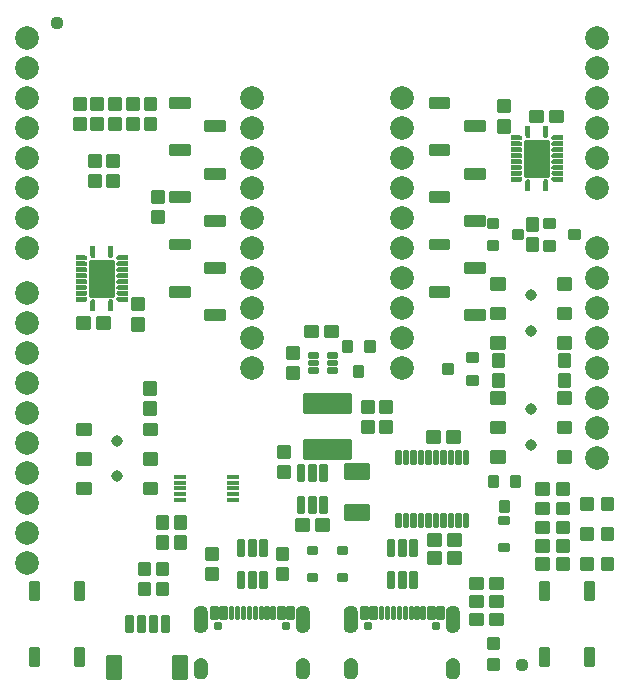
<source format=gts>
G04 EAGLE Gerber RS-274X export*
G75*
%MOMM*%
%FSLAX34Y34*%
%LPD*%
%INSoldermask Top*%
%IPPOS*%
%AMOC8*
5,1,8,0,0,1.08239X$1,22.5*%
G01*
%ADD10C,0.225588*%
%ADD11C,0.225369*%
%ADD12C,0.225400*%
%ADD13C,1.127000*%
%ADD14C,0.222250*%
%ADD15C,2.006600*%
%ADD16C,0.428259*%
%ADD17C,0.223409*%
%ADD18C,0.224509*%
%ADD19C,0.223519*%
%ADD20C,0.224709*%
%ADD21C,0.230578*%
%ADD22C,0.777000*%
%ADD23R,1.100000X0.400000*%
%ADD24C,0.977000*%
%ADD25C,0.227100*%
%ADD26C,0.228600*%
%ADD27C,0.239469*%
%ADD28C,0.231750*%
%ADD29C,0.226609*%

G36*
X300984Y42883D02*
X300984Y42883D01*
X300990Y42889D01*
X300995Y42885D01*
X302225Y43250D01*
X302230Y43257D01*
X302235Y43255D01*
X303354Y43885D01*
X303357Y43892D01*
X303363Y43891D01*
X304313Y44754D01*
X304314Y44762D01*
X304320Y44762D01*
X305054Y45815D01*
X305054Y45823D01*
X305059Y45825D01*
X305541Y47015D01*
X305539Y47020D01*
X305543Y47023D01*
X305542Y47024D01*
X305544Y47025D01*
X305749Y48292D01*
X305746Y48297D01*
X305749Y48300D01*
X305749Y60300D01*
X305746Y60304D01*
X305749Y60307D01*
X305594Y61429D01*
X305589Y61434D01*
X305592Y61438D01*
X305221Y62509D01*
X305215Y62513D01*
X305217Y62518D01*
X304644Y63495D01*
X304638Y63498D01*
X304639Y63503D01*
X303886Y64350D01*
X303879Y64352D01*
X303879Y64357D01*
X302976Y65041D01*
X302969Y65041D01*
X302968Y65046D01*
X301949Y65541D01*
X301942Y65539D01*
X301940Y65544D01*
X300843Y65831D01*
X300837Y65828D01*
X300834Y65832D01*
X299703Y65899D01*
X299697Y65899D01*
X298566Y65832D01*
X298561Y65827D01*
X298557Y65831D01*
X297460Y65544D01*
X297456Y65538D01*
X297451Y65541D01*
X296432Y65046D01*
X296429Y65040D01*
X296424Y65041D01*
X295521Y64357D01*
X295519Y64350D01*
X295514Y64350D01*
X294761Y63503D01*
X294761Y63496D01*
X294756Y63495D01*
X294183Y62518D01*
X294184Y62515D01*
X294183Y62514D01*
X294184Y62513D01*
X294184Y62511D01*
X294179Y62509D01*
X293808Y61438D01*
X293810Y61433D01*
X293807Y61431D01*
X293807Y61430D01*
X293806Y61429D01*
X293651Y60307D01*
X293654Y60302D01*
X293651Y60300D01*
X293651Y48300D01*
X293654Y48295D01*
X293651Y48292D01*
X293856Y47025D01*
X293862Y47019D01*
X293859Y47015D01*
X294341Y45825D01*
X294348Y45821D01*
X294346Y45815D01*
X295080Y44762D01*
X295088Y44760D01*
X295087Y44754D01*
X296037Y43891D01*
X296046Y43890D01*
X296046Y43885D01*
X297165Y43255D01*
X297173Y43256D01*
X297175Y43250D01*
X298405Y42885D01*
X298413Y42888D01*
X298416Y42883D01*
X299697Y42801D01*
X299701Y42804D01*
X299703Y42801D01*
X300984Y42883D01*
G37*
G36*
X387384Y42883D02*
X387384Y42883D01*
X387390Y42889D01*
X387395Y42885D01*
X388625Y43250D01*
X388630Y43257D01*
X388635Y43255D01*
X389754Y43885D01*
X389757Y43892D01*
X389763Y43891D01*
X390713Y44754D01*
X390714Y44762D01*
X390720Y44762D01*
X391454Y45815D01*
X391454Y45823D01*
X391459Y45825D01*
X391941Y47015D01*
X391939Y47020D01*
X391943Y47023D01*
X391942Y47024D01*
X391944Y47025D01*
X392149Y48292D01*
X392146Y48297D01*
X392149Y48300D01*
X392149Y60300D01*
X392146Y60304D01*
X392149Y60307D01*
X391994Y61429D01*
X391989Y61434D01*
X391992Y61438D01*
X391621Y62509D01*
X391615Y62513D01*
X391617Y62518D01*
X391044Y63495D01*
X391038Y63498D01*
X391039Y63503D01*
X390286Y64350D01*
X390279Y64352D01*
X390279Y64357D01*
X389376Y65041D01*
X389369Y65041D01*
X389368Y65046D01*
X388349Y65541D01*
X388342Y65539D01*
X388340Y65544D01*
X387243Y65831D01*
X387237Y65828D01*
X387234Y65832D01*
X386103Y65899D01*
X386097Y65899D01*
X384966Y65832D01*
X384961Y65827D01*
X384957Y65831D01*
X383860Y65544D01*
X383856Y65538D01*
X383851Y65541D01*
X382832Y65046D01*
X382829Y65040D01*
X382824Y65041D01*
X381921Y64357D01*
X381919Y64350D01*
X381914Y64350D01*
X381161Y63503D01*
X381161Y63496D01*
X381156Y63495D01*
X380583Y62518D01*
X380584Y62515D01*
X380583Y62514D01*
X380584Y62513D01*
X380584Y62511D01*
X380579Y62509D01*
X380208Y61438D01*
X380210Y61433D01*
X380207Y61431D01*
X380207Y61430D01*
X380206Y61429D01*
X380051Y60307D01*
X380054Y60302D01*
X380051Y60300D01*
X380051Y48300D01*
X380054Y48295D01*
X380051Y48292D01*
X380256Y47025D01*
X380262Y47019D01*
X380259Y47015D01*
X380741Y45825D01*
X380748Y45821D01*
X380746Y45815D01*
X381480Y44762D01*
X381488Y44760D01*
X381487Y44754D01*
X382437Y43891D01*
X382446Y43890D01*
X382446Y43885D01*
X383565Y43255D01*
X383573Y43256D01*
X383575Y43250D01*
X384805Y42885D01*
X384813Y42888D01*
X384816Y42883D01*
X386097Y42801D01*
X386101Y42804D01*
X386103Y42801D01*
X387384Y42883D01*
G37*
G36*
X173984Y42883D02*
X173984Y42883D01*
X173990Y42889D01*
X173995Y42885D01*
X175225Y43250D01*
X175230Y43257D01*
X175235Y43255D01*
X176354Y43885D01*
X176357Y43892D01*
X176363Y43891D01*
X177313Y44754D01*
X177314Y44762D01*
X177320Y44762D01*
X178054Y45815D01*
X178054Y45823D01*
X178059Y45825D01*
X178541Y47015D01*
X178539Y47020D01*
X178543Y47023D01*
X178542Y47024D01*
X178544Y47025D01*
X178749Y48292D01*
X178746Y48297D01*
X178749Y48300D01*
X178749Y60300D01*
X178746Y60304D01*
X178749Y60307D01*
X178594Y61429D01*
X178589Y61434D01*
X178592Y61438D01*
X178221Y62509D01*
X178215Y62513D01*
X178217Y62518D01*
X177644Y63495D01*
X177638Y63498D01*
X177639Y63503D01*
X176886Y64350D01*
X176879Y64352D01*
X176879Y64357D01*
X175976Y65041D01*
X175969Y65041D01*
X175968Y65046D01*
X174949Y65541D01*
X174942Y65539D01*
X174940Y65544D01*
X173843Y65831D01*
X173837Y65828D01*
X173834Y65832D01*
X172703Y65899D01*
X172697Y65899D01*
X171566Y65832D01*
X171561Y65827D01*
X171557Y65831D01*
X170460Y65544D01*
X170456Y65538D01*
X170451Y65541D01*
X169432Y65046D01*
X169429Y65040D01*
X169424Y65041D01*
X168521Y64357D01*
X168519Y64350D01*
X168514Y64350D01*
X167761Y63503D01*
X167761Y63496D01*
X167756Y63495D01*
X167183Y62518D01*
X167184Y62515D01*
X167183Y62514D01*
X167184Y62513D01*
X167184Y62511D01*
X167179Y62509D01*
X166808Y61438D01*
X166810Y61433D01*
X166807Y61431D01*
X166807Y61430D01*
X166806Y61429D01*
X166651Y60307D01*
X166654Y60302D01*
X166651Y60300D01*
X166651Y48300D01*
X166654Y48295D01*
X166651Y48292D01*
X166856Y47025D01*
X166862Y47019D01*
X166859Y47015D01*
X167341Y45825D01*
X167348Y45821D01*
X167346Y45815D01*
X168080Y44762D01*
X168088Y44760D01*
X168087Y44754D01*
X169037Y43891D01*
X169046Y43890D01*
X169046Y43885D01*
X170165Y43255D01*
X170173Y43256D01*
X170175Y43250D01*
X171405Y42885D01*
X171413Y42888D01*
X171416Y42883D01*
X172697Y42801D01*
X172701Y42804D01*
X172703Y42801D01*
X173984Y42883D01*
G37*
G36*
X260384Y42883D02*
X260384Y42883D01*
X260390Y42889D01*
X260395Y42885D01*
X261625Y43250D01*
X261630Y43257D01*
X261635Y43255D01*
X262754Y43885D01*
X262757Y43892D01*
X262763Y43891D01*
X263713Y44754D01*
X263714Y44762D01*
X263720Y44762D01*
X264454Y45815D01*
X264454Y45823D01*
X264459Y45825D01*
X264941Y47015D01*
X264939Y47020D01*
X264943Y47023D01*
X264942Y47024D01*
X264944Y47025D01*
X265149Y48292D01*
X265146Y48297D01*
X265149Y48300D01*
X265149Y60300D01*
X265146Y60304D01*
X265149Y60307D01*
X264994Y61429D01*
X264989Y61434D01*
X264992Y61438D01*
X264621Y62509D01*
X264615Y62513D01*
X264617Y62518D01*
X264044Y63495D01*
X264038Y63498D01*
X264039Y63503D01*
X263286Y64350D01*
X263279Y64352D01*
X263279Y64357D01*
X262376Y65041D01*
X262369Y65041D01*
X262368Y65046D01*
X261349Y65541D01*
X261342Y65539D01*
X261340Y65544D01*
X260243Y65831D01*
X260237Y65828D01*
X260234Y65832D01*
X259103Y65899D01*
X259097Y65899D01*
X257966Y65832D01*
X257961Y65827D01*
X257957Y65831D01*
X256860Y65544D01*
X256856Y65538D01*
X256851Y65541D01*
X255832Y65046D01*
X255829Y65040D01*
X255824Y65041D01*
X254921Y64357D01*
X254919Y64350D01*
X254914Y64350D01*
X254161Y63503D01*
X254161Y63496D01*
X254156Y63495D01*
X253583Y62518D01*
X253584Y62515D01*
X253583Y62514D01*
X253584Y62513D01*
X253584Y62511D01*
X253579Y62509D01*
X253208Y61438D01*
X253210Y61433D01*
X253207Y61431D01*
X253207Y61430D01*
X253206Y61429D01*
X253051Y60307D01*
X253054Y60302D01*
X253051Y60300D01*
X253051Y48300D01*
X253054Y48295D01*
X253051Y48292D01*
X253256Y47025D01*
X253262Y47019D01*
X253259Y47015D01*
X253741Y45825D01*
X253748Y45821D01*
X253746Y45815D01*
X254480Y44762D01*
X254488Y44760D01*
X254487Y44754D01*
X255437Y43891D01*
X255446Y43890D01*
X255446Y43885D01*
X256565Y43255D01*
X256573Y43256D01*
X256575Y43250D01*
X257805Y42885D01*
X257813Y42888D01*
X257816Y42883D01*
X259097Y42801D01*
X259101Y42804D01*
X259103Y42801D01*
X260384Y42883D01*
G37*
G36*
X260271Y3611D02*
X260271Y3611D01*
X260276Y3616D01*
X260280Y3613D01*
X261403Y3948D01*
X261407Y3954D01*
X261411Y3952D01*
X262447Y4500D01*
X262450Y4506D01*
X262455Y4505D01*
X263363Y5244D01*
X263365Y5251D01*
X263370Y5251D01*
X264117Y6153D01*
X264117Y6161D01*
X264123Y6161D01*
X264679Y7192D01*
X264678Y7199D01*
X264683Y7201D01*
X265027Y8320D01*
X265025Y8327D01*
X265029Y8330D01*
X265149Y9495D01*
X265147Y9498D01*
X265149Y9500D01*
X265149Y15500D01*
X265147Y15503D01*
X265149Y15505D01*
X265038Y16681D01*
X265033Y16686D01*
X265036Y16690D01*
X264698Y17822D01*
X264692Y17826D01*
X264694Y17831D01*
X264142Y18875D01*
X264135Y18878D01*
X264137Y18883D01*
X263391Y19799D01*
X263384Y19800D01*
X263384Y19806D01*
X262475Y20559D01*
X262467Y20559D01*
X262467Y20564D01*
X261427Y21125D01*
X261420Y21124D01*
X261418Y21129D01*
X260289Y21476D01*
X260283Y21474D01*
X260280Y21478D01*
X259105Y21599D01*
X259098Y21595D01*
X259094Y21599D01*
X257754Y21442D01*
X257748Y21437D01*
X257743Y21440D01*
X256472Y20989D01*
X256467Y20982D01*
X256462Y20984D01*
X255323Y20262D01*
X255320Y20254D01*
X255314Y20255D01*
X254364Y19297D01*
X254363Y19289D01*
X254357Y19288D01*
X253644Y18143D01*
X253645Y18135D01*
X253639Y18133D01*
X253199Y16857D01*
X253201Y16850D01*
X253197Y16847D01*
X253051Y15505D01*
X253053Y15502D01*
X253051Y15500D01*
X253051Y9500D01*
X253053Y9497D01*
X253051Y9494D01*
X253206Y8165D01*
X253212Y8159D01*
X253209Y8155D01*
X253656Y6894D01*
X253663Y6889D01*
X253661Y6884D01*
X254378Y5754D01*
X254385Y5751D01*
X254384Y5745D01*
X255335Y4803D01*
X255343Y4802D01*
X255343Y4796D01*
X256479Y4089D01*
X256487Y4090D01*
X256489Y4084D01*
X257754Y3648D01*
X257759Y3649D01*
X257760Y3649D01*
X257763Y3649D01*
X257765Y3645D01*
X259095Y3501D01*
X259101Y3505D01*
X259105Y3501D01*
X260271Y3611D01*
G37*
G36*
X300871Y3611D02*
X300871Y3611D01*
X300876Y3616D01*
X300880Y3613D01*
X302003Y3948D01*
X302007Y3954D01*
X302011Y3952D01*
X303047Y4500D01*
X303050Y4506D01*
X303055Y4505D01*
X303963Y5244D01*
X303965Y5251D01*
X303970Y5251D01*
X304717Y6153D01*
X304717Y6161D01*
X304723Y6161D01*
X305279Y7192D01*
X305278Y7199D01*
X305283Y7201D01*
X305627Y8320D01*
X305625Y8327D01*
X305629Y8330D01*
X305749Y9495D01*
X305747Y9498D01*
X305749Y9500D01*
X305749Y15500D01*
X305747Y15503D01*
X305749Y15505D01*
X305638Y16681D01*
X305633Y16686D01*
X305636Y16690D01*
X305298Y17822D01*
X305292Y17826D01*
X305294Y17831D01*
X304742Y18875D01*
X304735Y18878D01*
X304737Y18883D01*
X303991Y19799D01*
X303984Y19800D01*
X303984Y19806D01*
X303075Y20559D01*
X303067Y20559D01*
X303067Y20564D01*
X302027Y21125D01*
X302020Y21124D01*
X302018Y21129D01*
X300889Y21476D01*
X300883Y21474D01*
X300880Y21478D01*
X299705Y21599D01*
X299698Y21595D01*
X299694Y21599D01*
X298354Y21442D01*
X298348Y21437D01*
X298343Y21440D01*
X297072Y20989D01*
X297067Y20982D01*
X297062Y20984D01*
X295923Y20262D01*
X295920Y20254D01*
X295914Y20255D01*
X294964Y19297D01*
X294963Y19289D01*
X294957Y19288D01*
X294244Y18143D01*
X294245Y18135D01*
X294239Y18133D01*
X293799Y16857D01*
X293801Y16850D01*
X293797Y16847D01*
X293651Y15505D01*
X293653Y15502D01*
X293651Y15500D01*
X293651Y9500D01*
X293653Y9497D01*
X293651Y9494D01*
X293806Y8165D01*
X293812Y8159D01*
X293809Y8155D01*
X294256Y6894D01*
X294263Y6889D01*
X294261Y6884D01*
X294978Y5754D01*
X294985Y5751D01*
X294984Y5745D01*
X295935Y4803D01*
X295943Y4802D01*
X295943Y4796D01*
X297079Y4089D01*
X297087Y4090D01*
X297089Y4084D01*
X298354Y3648D01*
X298359Y3649D01*
X298360Y3649D01*
X298363Y3649D01*
X298365Y3645D01*
X299695Y3501D01*
X299701Y3505D01*
X299705Y3501D01*
X300871Y3611D01*
G37*
G36*
X173871Y3611D02*
X173871Y3611D01*
X173876Y3616D01*
X173880Y3613D01*
X175003Y3948D01*
X175007Y3954D01*
X175011Y3952D01*
X176047Y4500D01*
X176050Y4506D01*
X176055Y4505D01*
X176963Y5244D01*
X176965Y5251D01*
X176970Y5251D01*
X177717Y6153D01*
X177717Y6161D01*
X177723Y6161D01*
X178279Y7192D01*
X178278Y7199D01*
X178283Y7201D01*
X178627Y8320D01*
X178625Y8327D01*
X178629Y8330D01*
X178749Y9495D01*
X178747Y9498D01*
X178749Y9500D01*
X178749Y15500D01*
X178747Y15503D01*
X178749Y15505D01*
X178638Y16681D01*
X178633Y16686D01*
X178636Y16690D01*
X178298Y17822D01*
X178292Y17826D01*
X178294Y17831D01*
X177742Y18875D01*
X177735Y18878D01*
X177737Y18883D01*
X176991Y19799D01*
X176984Y19800D01*
X176984Y19806D01*
X176075Y20559D01*
X176067Y20559D01*
X176067Y20564D01*
X175027Y21125D01*
X175020Y21124D01*
X175018Y21129D01*
X173889Y21476D01*
X173883Y21474D01*
X173880Y21478D01*
X172705Y21599D01*
X172698Y21595D01*
X172694Y21599D01*
X171354Y21442D01*
X171348Y21437D01*
X171343Y21440D01*
X170072Y20989D01*
X170067Y20982D01*
X170062Y20984D01*
X168923Y20262D01*
X168920Y20254D01*
X168914Y20255D01*
X167964Y19297D01*
X167963Y19289D01*
X167957Y19288D01*
X167244Y18143D01*
X167245Y18135D01*
X167239Y18133D01*
X166799Y16857D01*
X166801Y16850D01*
X166797Y16847D01*
X166651Y15505D01*
X166653Y15502D01*
X166651Y15500D01*
X166651Y9500D01*
X166653Y9497D01*
X166651Y9494D01*
X166806Y8165D01*
X166812Y8159D01*
X166809Y8155D01*
X167256Y6894D01*
X167263Y6889D01*
X167261Y6884D01*
X167978Y5754D01*
X167985Y5751D01*
X167984Y5745D01*
X168935Y4803D01*
X168943Y4802D01*
X168943Y4796D01*
X170079Y4089D01*
X170087Y4090D01*
X170089Y4084D01*
X171354Y3648D01*
X171359Y3649D01*
X171360Y3649D01*
X171363Y3649D01*
X171365Y3645D01*
X172695Y3501D01*
X172701Y3505D01*
X172705Y3501D01*
X173871Y3611D01*
G37*
G36*
X387271Y3611D02*
X387271Y3611D01*
X387276Y3616D01*
X387280Y3613D01*
X388403Y3948D01*
X388407Y3954D01*
X388411Y3952D01*
X389447Y4500D01*
X389450Y4506D01*
X389455Y4505D01*
X390363Y5244D01*
X390365Y5251D01*
X390370Y5251D01*
X391117Y6153D01*
X391117Y6161D01*
X391123Y6161D01*
X391679Y7192D01*
X391678Y7199D01*
X391683Y7201D01*
X392027Y8320D01*
X392025Y8327D01*
X392029Y8330D01*
X392149Y9495D01*
X392147Y9498D01*
X392149Y9500D01*
X392149Y15500D01*
X392147Y15503D01*
X392149Y15505D01*
X392038Y16681D01*
X392033Y16686D01*
X392036Y16690D01*
X391698Y17822D01*
X391692Y17826D01*
X391694Y17831D01*
X391142Y18875D01*
X391135Y18878D01*
X391137Y18883D01*
X390391Y19799D01*
X390384Y19800D01*
X390384Y19806D01*
X389475Y20559D01*
X389467Y20559D01*
X389467Y20564D01*
X388427Y21125D01*
X388420Y21124D01*
X388418Y21129D01*
X387289Y21476D01*
X387283Y21474D01*
X387280Y21478D01*
X386105Y21599D01*
X386098Y21595D01*
X386094Y21599D01*
X384754Y21442D01*
X384748Y21437D01*
X384743Y21440D01*
X383472Y20989D01*
X383467Y20982D01*
X383462Y20984D01*
X382323Y20262D01*
X382320Y20254D01*
X382314Y20255D01*
X381364Y19297D01*
X381363Y19289D01*
X381357Y19288D01*
X380644Y18143D01*
X380645Y18135D01*
X380639Y18133D01*
X380199Y16857D01*
X380201Y16850D01*
X380197Y16847D01*
X380051Y15505D01*
X380053Y15502D01*
X380051Y15500D01*
X380051Y9500D01*
X380053Y9497D01*
X380051Y9494D01*
X380206Y8165D01*
X380212Y8159D01*
X380209Y8155D01*
X380656Y6894D01*
X380663Y6889D01*
X380661Y6884D01*
X381378Y5754D01*
X381385Y5751D01*
X381384Y5745D01*
X382335Y4803D01*
X382343Y4802D01*
X382343Y4796D01*
X383479Y4089D01*
X383487Y4090D01*
X383489Y4084D01*
X384754Y3648D01*
X384759Y3649D01*
X384760Y3649D01*
X384763Y3649D01*
X384765Y3645D01*
X386095Y3501D01*
X386101Y3505D01*
X386105Y3501D01*
X387271Y3611D01*
G37*
G36*
X74504Y323254D02*
X74504Y323254D01*
X74507Y323251D01*
X75043Y323328D01*
X75050Y323335D01*
X75056Y323332D01*
X75554Y323545D01*
X75558Y323553D01*
X75565Y323552D01*
X75990Y323887D01*
X75993Y323896D01*
X75999Y323896D01*
X76324Y324330D01*
X76324Y324339D01*
X76330Y324341D01*
X76532Y324844D01*
X76529Y324853D01*
X76535Y324856D01*
X76599Y325394D01*
X76595Y325402D01*
X76599Y325406D01*
X76535Y325944D01*
X76528Y325951D01*
X76532Y325956D01*
X76330Y326459D01*
X76322Y326464D01*
X76324Y326470D01*
X75999Y326904D01*
X75990Y326907D01*
X75990Y326913D01*
X75565Y327248D01*
X75555Y327248D01*
X75554Y327255D01*
X75056Y327468D01*
X75046Y327466D01*
X75043Y327472D01*
X74507Y327549D01*
X74502Y327546D01*
X74500Y327549D01*
X66750Y327499D01*
X66703Y327463D01*
X66708Y327456D01*
X66701Y327450D01*
X66701Y323300D01*
X66737Y323253D01*
X66744Y323258D01*
X66750Y323251D01*
X74500Y323251D01*
X74504Y323254D01*
G37*
G36*
X479350Y459901D02*
X479350Y459901D01*
X479398Y459937D01*
X479392Y459944D01*
X479399Y459950D01*
X479399Y464100D01*
X479363Y464147D01*
X479356Y464142D01*
X479350Y464149D01*
X471600Y464149D01*
X471596Y464146D01*
X471593Y464149D01*
X471057Y464072D01*
X471050Y464065D01*
X471044Y464068D01*
X470546Y463855D01*
X470542Y463847D01*
X470535Y463848D01*
X470110Y463513D01*
X470107Y463504D01*
X470101Y463504D01*
X469776Y463070D01*
X469776Y463061D01*
X469770Y463059D01*
X469569Y462556D01*
X469571Y462547D01*
X469565Y462544D01*
X469501Y462006D01*
X469505Y461998D01*
X469501Y461994D01*
X469565Y461456D01*
X469572Y461449D01*
X469569Y461444D01*
X469770Y460941D01*
X469778Y460936D01*
X469776Y460930D01*
X470101Y460496D01*
X470110Y460493D01*
X470110Y460487D01*
X470535Y460152D01*
X470545Y460152D01*
X470546Y460145D01*
X471044Y459932D01*
X471054Y459934D01*
X471057Y459928D01*
X471593Y459851D01*
X471598Y459854D01*
X471600Y459851D01*
X479350Y459901D01*
G37*
G36*
X479397Y454937D02*
X479397Y454937D01*
X479392Y454944D01*
X479399Y454950D01*
X479399Y459050D01*
X479363Y459097D01*
X479356Y459092D01*
X479350Y459099D01*
X471600Y459149D01*
X471596Y459146D01*
X471593Y459149D01*
X471057Y459072D01*
X471050Y459065D01*
X471044Y459068D01*
X470546Y458855D01*
X470542Y458847D01*
X470535Y458848D01*
X470110Y458513D01*
X470107Y458504D01*
X470101Y458504D01*
X469776Y458070D01*
X469776Y458061D01*
X469770Y458059D01*
X469569Y457556D01*
X469571Y457547D01*
X469565Y457544D01*
X469501Y457006D01*
X469506Y456998D01*
X469501Y456994D01*
X469571Y456463D01*
X469578Y456456D01*
X469574Y456451D01*
X469779Y455956D01*
X469787Y455951D01*
X469786Y455945D01*
X470111Y455520D01*
X470121Y455518D01*
X470120Y455511D01*
X470545Y455186D01*
X470555Y455186D01*
X470556Y455179D01*
X471051Y454974D01*
X471060Y454977D01*
X471063Y454971D01*
X471594Y454901D01*
X471598Y454904D01*
X471600Y454901D01*
X479350Y454901D01*
X479397Y454937D01*
G37*
G36*
X74504Y328254D02*
X74504Y328254D01*
X74507Y328251D01*
X75043Y328328D01*
X75050Y328335D01*
X75056Y328332D01*
X75554Y328545D01*
X75558Y328553D01*
X75565Y328552D01*
X75990Y328887D01*
X75993Y328896D01*
X75999Y328896D01*
X76324Y329330D01*
X76324Y329339D01*
X76330Y329341D01*
X76532Y329844D01*
X76529Y329853D01*
X76535Y329856D01*
X76599Y330394D01*
X76594Y330402D01*
X76599Y330406D01*
X76529Y330937D01*
X76522Y330944D01*
X76526Y330949D01*
X76321Y331444D01*
X76313Y331449D01*
X76314Y331455D01*
X75989Y331880D01*
X75980Y331882D01*
X75980Y331889D01*
X75555Y332214D01*
X75546Y332214D01*
X75544Y332221D01*
X75049Y332426D01*
X75040Y332423D01*
X75037Y332429D01*
X74506Y332499D01*
X74502Y332496D01*
X74500Y332499D01*
X66750Y332499D01*
X66703Y332463D01*
X66708Y332456D01*
X66701Y332450D01*
X66701Y328350D01*
X66737Y328303D01*
X66744Y328308D01*
X66750Y328301D01*
X74500Y328251D01*
X74504Y328254D01*
G37*
G36*
X442854Y449904D02*
X442854Y449904D01*
X442857Y449901D01*
X443380Y449977D01*
X443387Y449983D01*
X443393Y449980D01*
X443879Y450189D01*
X443883Y450197D01*
X443890Y450195D01*
X444305Y450522D01*
X444307Y450531D01*
X444314Y450531D01*
X444631Y450955D01*
X444631Y450964D01*
X444637Y450966D01*
X444833Y451457D01*
X444832Y451461D01*
X444835Y451463D01*
X444832Y451467D01*
X444836Y451469D01*
X444899Y451994D01*
X444894Y452002D01*
X444899Y452006D01*
X444829Y452537D01*
X444822Y452544D01*
X444826Y452549D01*
X444621Y453044D01*
X444613Y453049D01*
X444614Y453055D01*
X444289Y453480D01*
X444280Y453482D01*
X444280Y453489D01*
X443855Y453814D01*
X443846Y453814D01*
X443844Y453821D01*
X443349Y454026D01*
X443340Y454023D01*
X443337Y454029D01*
X442806Y454099D01*
X442802Y454096D01*
X442800Y454099D01*
X435050Y454099D01*
X435003Y454063D01*
X435008Y454056D01*
X435001Y454050D01*
X435001Y449950D01*
X435037Y449903D01*
X435044Y449908D01*
X435050Y449901D01*
X442850Y449901D01*
X442854Y449904D01*
G37*
G36*
X111097Y333337D02*
X111097Y333337D01*
X111092Y333344D01*
X111099Y333350D01*
X111099Y337450D01*
X111063Y337497D01*
X111056Y337492D01*
X111050Y337499D01*
X103250Y337499D01*
X103246Y337496D01*
X103243Y337499D01*
X102720Y337423D01*
X102713Y337417D01*
X102707Y337420D01*
X102221Y337211D01*
X102217Y337203D01*
X102210Y337205D01*
X101795Y336878D01*
X101793Y336869D01*
X101786Y336869D01*
X101469Y336445D01*
X101469Y336436D01*
X101463Y336434D01*
X101267Y335943D01*
X101269Y335934D01*
X101264Y335931D01*
X101201Y335406D01*
X101206Y335398D01*
X101201Y335394D01*
X101271Y334863D01*
X101278Y334856D01*
X101274Y334851D01*
X101479Y334356D01*
X101487Y334351D01*
X101486Y334345D01*
X101811Y333920D01*
X101821Y333918D01*
X101820Y333911D01*
X102245Y333586D01*
X102255Y333586D01*
X102256Y333579D01*
X102751Y333374D01*
X102760Y333377D01*
X102763Y333371D01*
X103294Y333301D01*
X103298Y333304D01*
X103300Y333301D01*
X111050Y333301D01*
X111097Y333337D01*
G37*
G36*
X466797Y417337D02*
X466797Y417337D01*
X466792Y417344D01*
X466799Y417350D01*
X466799Y425100D01*
X466796Y425104D01*
X466799Y425106D01*
X466729Y425637D01*
X466722Y425644D01*
X466726Y425649D01*
X466521Y426144D01*
X466513Y426149D01*
X466514Y426155D01*
X466189Y426580D01*
X466180Y426582D01*
X466180Y426589D01*
X465755Y426914D01*
X465746Y426914D01*
X465744Y426921D01*
X465249Y427126D01*
X465240Y427123D01*
X465237Y427129D01*
X464706Y427199D01*
X464698Y427194D01*
X464694Y427199D01*
X464163Y427129D01*
X464156Y427122D01*
X464151Y427126D01*
X463656Y426921D01*
X463651Y426913D01*
X463645Y426914D01*
X463220Y426589D01*
X463218Y426580D01*
X463211Y426580D01*
X462886Y426155D01*
X462886Y426146D01*
X462879Y426144D01*
X462674Y425649D01*
X462677Y425641D01*
X462672Y425637D01*
X462671Y425637D01*
X462601Y425106D01*
X462604Y425102D01*
X462601Y425100D01*
X462601Y417350D01*
X462637Y417303D01*
X462644Y417308D01*
X462650Y417301D01*
X466750Y417301D01*
X466797Y417337D01*
G37*
G36*
X451797Y417337D02*
X451797Y417337D01*
X451792Y417344D01*
X451799Y417350D01*
X451799Y425100D01*
X451796Y425104D01*
X451799Y425106D01*
X451729Y425637D01*
X451722Y425644D01*
X451726Y425649D01*
X451521Y426144D01*
X451513Y426149D01*
X451514Y426155D01*
X451189Y426580D01*
X451180Y426582D01*
X451180Y426589D01*
X450755Y426914D01*
X450746Y426914D01*
X450744Y426921D01*
X450249Y427126D01*
X450240Y427123D01*
X450237Y427129D01*
X449706Y427199D01*
X449698Y427194D01*
X449694Y427199D01*
X449163Y427129D01*
X449156Y427122D01*
X449151Y427126D01*
X448656Y426921D01*
X448651Y426913D01*
X448645Y426914D01*
X448220Y426589D01*
X448218Y426580D01*
X448211Y426580D01*
X447886Y426155D01*
X447886Y426146D01*
X447879Y426144D01*
X447674Y425649D01*
X447677Y425641D01*
X447672Y425637D01*
X447671Y425637D01*
X447601Y425106D01*
X447604Y425102D01*
X447601Y425100D01*
X447601Y417350D01*
X447637Y417303D01*
X447644Y417308D01*
X447650Y417301D01*
X451750Y417301D01*
X451797Y417337D01*
G37*
G36*
X98497Y315737D02*
X98497Y315737D01*
X98492Y315744D01*
X98499Y315750D01*
X98499Y323500D01*
X98496Y323504D01*
X98499Y323506D01*
X98429Y324037D01*
X98422Y324044D01*
X98426Y324049D01*
X98221Y324544D01*
X98213Y324549D01*
X98214Y324555D01*
X97889Y324980D01*
X97880Y324982D01*
X97880Y324989D01*
X97455Y325314D01*
X97446Y325314D01*
X97444Y325321D01*
X96949Y325526D01*
X96940Y325523D01*
X96937Y325529D01*
X96406Y325599D01*
X96398Y325594D01*
X96394Y325599D01*
X95863Y325529D01*
X95856Y325522D01*
X95851Y325526D01*
X95356Y325321D01*
X95351Y325313D01*
X95345Y325314D01*
X94920Y324989D01*
X94918Y324980D01*
X94911Y324980D01*
X94586Y324555D01*
X94586Y324546D01*
X94579Y324544D01*
X94374Y324049D01*
X94377Y324041D01*
X94372Y324037D01*
X94371Y324037D01*
X94301Y323506D01*
X94304Y323502D01*
X94301Y323500D01*
X94301Y315750D01*
X94337Y315703D01*
X94344Y315708D01*
X94350Y315701D01*
X98450Y315701D01*
X98497Y315737D01*
G37*
G36*
X83497Y315737D02*
X83497Y315737D01*
X83492Y315744D01*
X83499Y315750D01*
X83499Y323500D01*
X83496Y323504D01*
X83499Y323506D01*
X83429Y324037D01*
X83422Y324044D01*
X83426Y324049D01*
X83221Y324544D01*
X83213Y324549D01*
X83214Y324555D01*
X82889Y324980D01*
X82880Y324982D01*
X82880Y324989D01*
X82455Y325314D01*
X82446Y325314D01*
X82444Y325321D01*
X81949Y325526D01*
X81940Y325523D01*
X81937Y325529D01*
X81406Y325599D01*
X81398Y325594D01*
X81394Y325599D01*
X80863Y325529D01*
X80856Y325522D01*
X80851Y325526D01*
X80356Y325321D01*
X80351Y325313D01*
X80345Y325314D01*
X79920Y324989D01*
X79918Y324980D01*
X79911Y324980D01*
X79586Y324555D01*
X79586Y324546D01*
X79579Y324544D01*
X79374Y324049D01*
X79377Y324041D01*
X79372Y324037D01*
X79371Y324037D01*
X79301Y323506D01*
X79304Y323502D01*
X79301Y323500D01*
X79301Y315750D01*
X79337Y315703D01*
X79344Y315708D01*
X79350Y315701D01*
X83450Y315701D01*
X83497Y315737D01*
G37*
G36*
X442804Y439904D02*
X442804Y439904D01*
X442806Y439901D01*
X443337Y439971D01*
X443344Y439978D01*
X443349Y439974D01*
X443844Y440179D01*
X443849Y440187D01*
X443855Y440186D01*
X444280Y440511D01*
X444282Y440521D01*
X444289Y440520D01*
X444614Y440945D01*
X444614Y440955D01*
X444621Y440956D01*
X444826Y441451D01*
X444823Y441460D01*
X444825Y441460D01*
X444829Y441463D01*
X444899Y441994D01*
X444894Y442002D01*
X444899Y442006D01*
X444829Y442537D01*
X444822Y442544D01*
X444826Y442549D01*
X444621Y443044D01*
X444613Y443049D01*
X444614Y443055D01*
X444289Y443480D01*
X444280Y443482D01*
X444280Y443489D01*
X443855Y443814D01*
X443846Y443814D01*
X443844Y443821D01*
X443349Y444026D01*
X443340Y444023D01*
X443337Y444029D01*
X442806Y444099D01*
X442802Y444096D01*
X442800Y444099D01*
X435050Y444099D01*
X435003Y444063D01*
X435008Y444056D01*
X435001Y444050D01*
X435001Y439950D01*
X435037Y439903D01*
X435044Y439908D01*
X435050Y439901D01*
X442800Y439901D01*
X442804Y439904D01*
G37*
G36*
X442804Y429904D02*
X442804Y429904D01*
X442806Y429901D01*
X443337Y429971D01*
X443344Y429978D01*
X443349Y429974D01*
X443844Y430179D01*
X443849Y430187D01*
X443855Y430186D01*
X444280Y430511D01*
X444282Y430521D01*
X444289Y430520D01*
X444614Y430945D01*
X444614Y430955D01*
X444621Y430956D01*
X444826Y431451D01*
X444823Y431460D01*
X444825Y431460D01*
X444829Y431463D01*
X444899Y431994D01*
X444894Y432002D01*
X444899Y432006D01*
X444829Y432537D01*
X444822Y432544D01*
X444826Y432549D01*
X444621Y433044D01*
X444613Y433049D01*
X444614Y433055D01*
X444289Y433480D01*
X444280Y433482D01*
X444280Y433489D01*
X443855Y433814D01*
X443846Y433814D01*
X443844Y433821D01*
X443349Y434026D01*
X443340Y434023D01*
X443337Y434029D01*
X442806Y434099D01*
X442802Y434096D01*
X442800Y434099D01*
X435050Y434099D01*
X435003Y434063D01*
X435008Y434056D01*
X435001Y434050D01*
X435001Y429950D01*
X435037Y429903D01*
X435044Y429908D01*
X435050Y429901D01*
X442800Y429901D01*
X442804Y429904D01*
G37*
G36*
X442804Y424904D02*
X442804Y424904D01*
X442806Y424901D01*
X443337Y424971D01*
X443344Y424978D01*
X443349Y424974D01*
X443844Y425179D01*
X443849Y425187D01*
X443855Y425186D01*
X444280Y425511D01*
X444282Y425521D01*
X444289Y425520D01*
X444614Y425945D01*
X444614Y425955D01*
X444621Y425956D01*
X444826Y426451D01*
X444823Y426460D01*
X444825Y426460D01*
X444829Y426463D01*
X444899Y426994D01*
X444894Y427002D01*
X444899Y427006D01*
X444829Y427537D01*
X444822Y427544D01*
X444826Y427549D01*
X444621Y428044D01*
X444613Y428049D01*
X444614Y428055D01*
X444289Y428480D01*
X444280Y428482D01*
X444280Y428489D01*
X443855Y428814D01*
X443846Y428814D01*
X443844Y428821D01*
X443349Y429026D01*
X443340Y429023D01*
X443337Y429029D01*
X442806Y429099D01*
X442802Y429096D01*
X442800Y429099D01*
X435050Y429099D01*
X435003Y429063D01*
X435008Y429056D01*
X435001Y429050D01*
X435001Y424950D01*
X435037Y424903D01*
X435044Y424908D01*
X435050Y424901D01*
X442800Y424901D01*
X442804Y424904D01*
G37*
G36*
X81937Y360271D02*
X81937Y360271D01*
X81944Y360278D01*
X81949Y360274D01*
X82444Y360479D01*
X82449Y360487D01*
X82455Y360486D01*
X82880Y360811D01*
X82882Y360821D01*
X82889Y360820D01*
X83214Y361245D01*
X83214Y361255D01*
X83221Y361256D01*
X83426Y361751D01*
X83423Y361760D01*
X83425Y361760D01*
X83429Y361763D01*
X83499Y362294D01*
X83496Y362298D01*
X83499Y362300D01*
X83499Y370050D01*
X83463Y370097D01*
X83456Y370092D01*
X83450Y370099D01*
X79350Y370099D01*
X79303Y370063D01*
X79308Y370056D01*
X79301Y370050D01*
X79301Y362300D01*
X79304Y362296D01*
X79301Y362294D01*
X79371Y361763D01*
X79378Y361756D01*
X79374Y361751D01*
X79579Y361256D01*
X79587Y361251D01*
X79586Y361245D01*
X79911Y360820D01*
X79921Y360818D01*
X79920Y360811D01*
X80345Y360486D01*
X80355Y360486D01*
X80356Y360479D01*
X80851Y360274D01*
X80860Y360277D01*
X80863Y360271D01*
X81394Y360201D01*
X81402Y360206D01*
X81406Y360201D01*
X81937Y360271D01*
G37*
G36*
X96937Y360271D02*
X96937Y360271D01*
X96944Y360278D01*
X96949Y360274D01*
X97444Y360479D01*
X97449Y360487D01*
X97455Y360486D01*
X97880Y360811D01*
X97882Y360821D01*
X97889Y360820D01*
X98214Y361245D01*
X98214Y361255D01*
X98221Y361256D01*
X98426Y361751D01*
X98423Y361760D01*
X98425Y361760D01*
X98429Y361763D01*
X98499Y362294D01*
X98496Y362298D01*
X98499Y362300D01*
X98499Y370050D01*
X98463Y370097D01*
X98456Y370092D01*
X98450Y370099D01*
X94350Y370099D01*
X94303Y370063D01*
X94308Y370056D01*
X94301Y370050D01*
X94301Y362300D01*
X94304Y362296D01*
X94301Y362294D01*
X94371Y361763D01*
X94378Y361756D01*
X94374Y361751D01*
X94579Y361256D01*
X94587Y361251D01*
X94586Y361245D01*
X94911Y360820D01*
X94921Y360818D01*
X94920Y360811D01*
X95345Y360486D01*
X95355Y360486D01*
X95356Y360479D01*
X95851Y360274D01*
X95860Y360277D01*
X95863Y360271D01*
X96394Y360201D01*
X96402Y360206D01*
X96406Y360201D01*
X96937Y360271D01*
G37*
G36*
X74504Y358304D02*
X74504Y358304D01*
X74506Y358301D01*
X75037Y358371D01*
X75044Y358378D01*
X75049Y358374D01*
X75544Y358579D01*
X75549Y358587D01*
X75555Y358586D01*
X75980Y358911D01*
X75982Y358921D01*
X75989Y358920D01*
X76314Y359345D01*
X76314Y359355D01*
X76321Y359356D01*
X76526Y359851D01*
X76523Y359860D01*
X76525Y359860D01*
X76529Y359863D01*
X76599Y360394D01*
X76594Y360402D01*
X76599Y360406D01*
X76529Y360937D01*
X76522Y360944D01*
X76526Y360949D01*
X76321Y361444D01*
X76313Y361449D01*
X76314Y361455D01*
X75989Y361880D01*
X75980Y361882D01*
X75980Y361889D01*
X75555Y362214D01*
X75546Y362214D01*
X75544Y362221D01*
X75049Y362426D01*
X75040Y362423D01*
X75037Y362429D01*
X74506Y362499D01*
X74502Y362496D01*
X74500Y362499D01*
X66750Y362499D01*
X66703Y362463D01*
X66708Y362456D01*
X66701Y362450D01*
X66701Y358350D01*
X66737Y358303D01*
X66744Y358308D01*
X66750Y358301D01*
X74500Y358301D01*
X74504Y358304D01*
G37*
G36*
X442804Y434904D02*
X442804Y434904D01*
X442806Y434901D01*
X443337Y434971D01*
X443344Y434978D01*
X443349Y434974D01*
X443844Y435179D01*
X443849Y435187D01*
X443855Y435186D01*
X444280Y435511D01*
X444282Y435521D01*
X444289Y435520D01*
X444614Y435945D01*
X444614Y435955D01*
X444621Y435956D01*
X444826Y436451D01*
X444823Y436460D01*
X444825Y436460D01*
X444829Y436463D01*
X444899Y436994D01*
X444894Y437002D01*
X444899Y437006D01*
X444829Y437537D01*
X444822Y437544D01*
X444826Y437549D01*
X444621Y438044D01*
X444613Y438049D01*
X444614Y438055D01*
X444289Y438480D01*
X444280Y438482D01*
X444280Y438489D01*
X443855Y438814D01*
X443846Y438814D01*
X443844Y438821D01*
X443349Y439026D01*
X443340Y439023D01*
X443337Y439029D01*
X442806Y439099D01*
X442802Y439096D01*
X442800Y439099D01*
X435050Y439099D01*
X435003Y439063D01*
X435008Y439056D01*
X435001Y439050D01*
X435001Y434950D01*
X435037Y434903D01*
X435044Y434908D01*
X435050Y434901D01*
X442800Y434901D01*
X442804Y434904D01*
G37*
G36*
X74504Y348304D02*
X74504Y348304D01*
X74506Y348301D01*
X75037Y348371D01*
X75044Y348378D01*
X75049Y348374D01*
X75544Y348579D01*
X75549Y348587D01*
X75555Y348586D01*
X75980Y348911D01*
X75982Y348921D01*
X75989Y348920D01*
X76314Y349345D01*
X76314Y349355D01*
X76321Y349356D01*
X76526Y349851D01*
X76523Y349860D01*
X76525Y349860D01*
X76529Y349863D01*
X76599Y350394D01*
X76594Y350402D01*
X76599Y350406D01*
X76529Y350937D01*
X76522Y350944D01*
X76526Y350949D01*
X76321Y351444D01*
X76313Y351449D01*
X76314Y351455D01*
X75989Y351880D01*
X75980Y351882D01*
X75980Y351889D01*
X75555Y352214D01*
X75546Y352214D01*
X75544Y352221D01*
X75049Y352426D01*
X75040Y352423D01*
X75037Y352429D01*
X74506Y352499D01*
X74502Y352496D01*
X74500Y352499D01*
X66750Y352499D01*
X66703Y352463D01*
X66708Y352456D01*
X66701Y352450D01*
X66701Y348350D01*
X66737Y348303D01*
X66744Y348308D01*
X66750Y348301D01*
X74500Y348301D01*
X74504Y348304D01*
G37*
G36*
X74504Y343304D02*
X74504Y343304D01*
X74506Y343301D01*
X75037Y343371D01*
X75044Y343378D01*
X75049Y343374D01*
X75544Y343579D01*
X75549Y343587D01*
X75555Y343586D01*
X75980Y343911D01*
X75982Y343921D01*
X75989Y343920D01*
X76314Y344345D01*
X76314Y344355D01*
X76321Y344356D01*
X76526Y344851D01*
X76523Y344860D01*
X76525Y344860D01*
X76529Y344863D01*
X76599Y345394D01*
X76594Y345402D01*
X76599Y345406D01*
X76529Y345937D01*
X76522Y345944D01*
X76526Y345949D01*
X76321Y346444D01*
X76313Y346449D01*
X76314Y346455D01*
X75989Y346880D01*
X75980Y346882D01*
X75980Y346889D01*
X75555Y347214D01*
X75546Y347214D01*
X75544Y347221D01*
X75049Y347426D01*
X75040Y347423D01*
X75037Y347429D01*
X74506Y347499D01*
X74502Y347496D01*
X74500Y347499D01*
X66750Y347499D01*
X66703Y347463D01*
X66708Y347456D01*
X66701Y347450D01*
X66701Y343350D01*
X66737Y343303D01*
X66744Y343308D01*
X66750Y343301D01*
X74500Y343301D01*
X74504Y343304D01*
G37*
G36*
X74504Y338304D02*
X74504Y338304D01*
X74506Y338301D01*
X75037Y338371D01*
X75044Y338378D01*
X75049Y338374D01*
X75544Y338579D01*
X75549Y338587D01*
X75555Y338586D01*
X75980Y338911D01*
X75982Y338921D01*
X75989Y338920D01*
X76314Y339345D01*
X76314Y339355D01*
X76321Y339356D01*
X76526Y339851D01*
X76523Y339860D01*
X76525Y339860D01*
X76529Y339863D01*
X76599Y340394D01*
X76594Y340402D01*
X76599Y340406D01*
X76529Y340937D01*
X76522Y340944D01*
X76526Y340949D01*
X76321Y341444D01*
X76313Y341449D01*
X76314Y341455D01*
X75989Y341880D01*
X75980Y341882D01*
X75980Y341889D01*
X75555Y342214D01*
X75546Y342214D01*
X75544Y342221D01*
X75049Y342426D01*
X75040Y342423D01*
X75037Y342429D01*
X74506Y342499D01*
X74502Y342496D01*
X74500Y342499D01*
X66750Y342499D01*
X66703Y342463D01*
X66708Y342456D01*
X66701Y342450D01*
X66701Y338350D01*
X66737Y338303D01*
X66744Y338308D01*
X66750Y338301D01*
X74500Y338301D01*
X74504Y338304D01*
G37*
G36*
X74504Y333304D02*
X74504Y333304D01*
X74506Y333301D01*
X75037Y333371D01*
X75044Y333378D01*
X75049Y333374D01*
X75544Y333579D01*
X75549Y333587D01*
X75555Y333586D01*
X75980Y333911D01*
X75982Y333921D01*
X75989Y333920D01*
X76314Y334345D01*
X76314Y334355D01*
X76321Y334356D01*
X76526Y334851D01*
X76523Y334860D01*
X76525Y334860D01*
X76529Y334863D01*
X76599Y335394D01*
X76594Y335402D01*
X76599Y335406D01*
X76529Y335937D01*
X76522Y335944D01*
X76526Y335949D01*
X76321Y336444D01*
X76313Y336449D01*
X76314Y336455D01*
X75989Y336880D01*
X75980Y336882D01*
X75980Y336889D01*
X75555Y337214D01*
X75546Y337214D01*
X75544Y337221D01*
X75049Y337426D01*
X75040Y337423D01*
X75037Y337429D01*
X74506Y337499D01*
X74502Y337496D01*
X74500Y337499D01*
X66750Y337499D01*
X66703Y337463D01*
X66708Y337456D01*
X66701Y337450D01*
X66701Y333350D01*
X66737Y333303D01*
X66744Y333308D01*
X66750Y333301D01*
X74500Y333301D01*
X74504Y333304D01*
G37*
G36*
X74504Y353304D02*
X74504Y353304D01*
X74506Y353301D01*
X75037Y353371D01*
X75044Y353378D01*
X75049Y353374D01*
X75544Y353579D01*
X75549Y353587D01*
X75555Y353586D01*
X75980Y353911D01*
X75982Y353921D01*
X75989Y353920D01*
X76314Y354345D01*
X76314Y354355D01*
X76321Y354356D01*
X76526Y354851D01*
X76523Y354860D01*
X76525Y354860D01*
X76529Y354863D01*
X76599Y355394D01*
X76594Y355402D01*
X76599Y355406D01*
X76529Y355937D01*
X76522Y355944D01*
X76526Y355949D01*
X76321Y356444D01*
X76313Y356449D01*
X76314Y356455D01*
X75989Y356880D01*
X75980Y356882D01*
X75980Y356889D01*
X75555Y357214D01*
X75546Y357214D01*
X75544Y357221D01*
X75049Y357426D01*
X75040Y357423D01*
X75037Y357429D01*
X74506Y357499D01*
X74502Y357496D01*
X74500Y357499D01*
X66750Y357499D01*
X66703Y357463D01*
X66708Y357456D01*
X66701Y357450D01*
X66701Y353350D01*
X66737Y353303D01*
X66744Y353308D01*
X66750Y353301D01*
X74500Y353301D01*
X74504Y353304D01*
G37*
G36*
X450237Y461871D02*
X450237Y461871D01*
X450244Y461878D01*
X450249Y461874D01*
X450744Y462079D01*
X450749Y462087D01*
X450755Y462086D01*
X451180Y462411D01*
X451182Y462421D01*
X451189Y462420D01*
X451514Y462845D01*
X451514Y462855D01*
X451521Y462856D01*
X451726Y463351D01*
X451723Y463360D01*
X451725Y463360D01*
X451729Y463363D01*
X451799Y463894D01*
X451796Y463898D01*
X451799Y463900D01*
X451799Y471650D01*
X451763Y471697D01*
X451756Y471692D01*
X451750Y471699D01*
X447650Y471699D01*
X447603Y471663D01*
X447608Y471656D01*
X447601Y471650D01*
X447601Y463900D01*
X447604Y463896D01*
X447601Y463894D01*
X447671Y463363D01*
X447678Y463356D01*
X447674Y463351D01*
X447879Y462856D01*
X447887Y462851D01*
X447886Y462845D01*
X448211Y462420D01*
X448221Y462418D01*
X448220Y462411D01*
X448645Y462086D01*
X448655Y462086D01*
X448656Y462079D01*
X449151Y461874D01*
X449160Y461877D01*
X449163Y461871D01*
X449694Y461801D01*
X449702Y461806D01*
X449706Y461801D01*
X450237Y461871D01*
G37*
G36*
X465237Y461871D02*
X465237Y461871D01*
X465244Y461878D01*
X465249Y461874D01*
X465744Y462079D01*
X465749Y462087D01*
X465755Y462086D01*
X466180Y462411D01*
X466182Y462421D01*
X466189Y462420D01*
X466514Y462845D01*
X466514Y462855D01*
X466521Y462856D01*
X466726Y463351D01*
X466723Y463360D01*
X466725Y463360D01*
X466729Y463363D01*
X466799Y463894D01*
X466796Y463898D01*
X466799Y463900D01*
X466799Y471650D01*
X466763Y471697D01*
X466756Y471692D01*
X466750Y471699D01*
X462650Y471699D01*
X462603Y471663D01*
X462608Y471656D01*
X462601Y471650D01*
X462601Y463900D01*
X462604Y463896D01*
X462601Y463894D01*
X462671Y463363D01*
X462678Y463356D01*
X462674Y463351D01*
X462879Y462856D01*
X462887Y462851D01*
X462886Y462845D01*
X463211Y462420D01*
X463221Y462418D01*
X463220Y462411D01*
X463645Y462086D01*
X463655Y462086D01*
X463656Y462079D01*
X464151Y461874D01*
X464160Y461877D01*
X464163Y461871D01*
X464694Y461801D01*
X464702Y461806D01*
X464706Y461801D01*
X465237Y461871D01*
G37*
G36*
X442804Y454904D02*
X442804Y454904D01*
X442806Y454901D01*
X443337Y454971D01*
X443344Y454978D01*
X443349Y454974D01*
X443844Y455179D01*
X443849Y455187D01*
X443855Y455186D01*
X444280Y455511D01*
X444282Y455521D01*
X444289Y455520D01*
X444614Y455945D01*
X444614Y455955D01*
X444621Y455956D01*
X444826Y456451D01*
X444823Y456460D01*
X444825Y456460D01*
X444829Y456463D01*
X444899Y456994D01*
X444894Y457002D01*
X444899Y457006D01*
X444829Y457537D01*
X444822Y457544D01*
X444826Y457549D01*
X444621Y458044D01*
X444613Y458049D01*
X444614Y458055D01*
X444289Y458480D01*
X444280Y458482D01*
X444280Y458489D01*
X443855Y458814D01*
X443846Y458814D01*
X443844Y458821D01*
X443349Y459026D01*
X443340Y459023D01*
X443337Y459029D01*
X442806Y459099D01*
X442802Y459096D01*
X442800Y459099D01*
X435050Y459099D01*
X435003Y459063D01*
X435008Y459056D01*
X435001Y459050D01*
X435001Y454950D01*
X435037Y454903D01*
X435044Y454908D01*
X435050Y454901D01*
X442800Y454901D01*
X442804Y454904D01*
G37*
G36*
X442804Y444904D02*
X442804Y444904D01*
X442806Y444901D01*
X443337Y444971D01*
X443344Y444978D01*
X443349Y444974D01*
X443844Y445179D01*
X443849Y445187D01*
X443855Y445186D01*
X444280Y445511D01*
X444282Y445521D01*
X444289Y445520D01*
X444614Y445945D01*
X444614Y445955D01*
X444621Y445956D01*
X444826Y446451D01*
X444823Y446460D01*
X444825Y446460D01*
X444829Y446463D01*
X444899Y446994D01*
X444894Y447002D01*
X444899Y447006D01*
X444829Y447537D01*
X444822Y447544D01*
X444826Y447549D01*
X444621Y448044D01*
X444613Y448049D01*
X444614Y448055D01*
X444289Y448480D01*
X444280Y448482D01*
X444280Y448489D01*
X443855Y448814D01*
X443846Y448814D01*
X443844Y448821D01*
X443349Y449026D01*
X443340Y449023D01*
X443337Y449029D01*
X442806Y449099D01*
X442802Y449096D01*
X442800Y449099D01*
X435050Y449099D01*
X435003Y449063D01*
X435008Y449056D01*
X435001Y449050D01*
X435001Y444950D01*
X435037Y444903D01*
X435044Y444908D01*
X435050Y444901D01*
X442800Y444901D01*
X442804Y444904D01*
G37*
G36*
X111097Y328337D02*
X111097Y328337D01*
X111092Y328344D01*
X111099Y328350D01*
X111099Y332450D01*
X111063Y332497D01*
X111056Y332492D01*
X111050Y332499D01*
X103300Y332499D01*
X103296Y332496D01*
X103294Y332499D01*
X102763Y332429D01*
X102756Y332422D01*
X102751Y332426D01*
X102256Y332221D01*
X102251Y332213D01*
X102245Y332214D01*
X101820Y331889D01*
X101818Y331880D01*
X101811Y331880D01*
X101486Y331455D01*
X101486Y331446D01*
X101479Y331444D01*
X101274Y330949D01*
X101277Y330940D01*
X101271Y330937D01*
X101201Y330406D01*
X101206Y330398D01*
X101201Y330394D01*
X101271Y329863D01*
X101278Y329856D01*
X101274Y329851D01*
X101479Y329356D01*
X101487Y329351D01*
X101486Y329345D01*
X101811Y328920D01*
X101821Y328918D01*
X101820Y328911D01*
X102245Y328586D01*
X102255Y328586D01*
X102256Y328579D01*
X102751Y328374D01*
X102760Y328377D01*
X102763Y328371D01*
X103294Y328301D01*
X103298Y328304D01*
X103300Y328301D01*
X111050Y328301D01*
X111097Y328337D01*
G37*
G36*
X479397Y424937D02*
X479397Y424937D01*
X479392Y424944D01*
X479399Y424950D01*
X479399Y429050D01*
X479363Y429097D01*
X479356Y429092D01*
X479350Y429099D01*
X471600Y429099D01*
X471596Y429096D01*
X471594Y429099D01*
X471063Y429029D01*
X471056Y429022D01*
X471051Y429026D01*
X470556Y428821D01*
X470551Y428813D01*
X470545Y428814D01*
X470120Y428489D01*
X470118Y428480D01*
X470111Y428480D01*
X469786Y428055D01*
X469786Y428046D01*
X469779Y428044D01*
X469574Y427549D01*
X469577Y427540D01*
X469571Y427537D01*
X469501Y427006D01*
X469506Y426998D01*
X469501Y426994D01*
X469571Y426463D01*
X469578Y426456D01*
X469574Y426451D01*
X469779Y425956D01*
X469787Y425951D01*
X469786Y425945D01*
X470111Y425520D01*
X470121Y425518D01*
X470120Y425511D01*
X470545Y425186D01*
X470555Y425186D01*
X470556Y425179D01*
X471051Y424974D01*
X471060Y424977D01*
X471063Y424971D01*
X471594Y424901D01*
X471598Y424904D01*
X471600Y424901D01*
X479350Y424901D01*
X479397Y424937D01*
G37*
G36*
X479397Y429937D02*
X479397Y429937D01*
X479392Y429944D01*
X479399Y429950D01*
X479399Y434050D01*
X479363Y434097D01*
X479356Y434092D01*
X479350Y434099D01*
X471600Y434099D01*
X471596Y434096D01*
X471594Y434099D01*
X471063Y434029D01*
X471056Y434022D01*
X471051Y434026D01*
X470556Y433821D01*
X470551Y433813D01*
X470545Y433814D01*
X470120Y433489D01*
X470118Y433480D01*
X470111Y433480D01*
X469786Y433055D01*
X469786Y433046D01*
X469779Y433044D01*
X469574Y432549D01*
X469577Y432540D01*
X469571Y432537D01*
X469501Y432006D01*
X469506Y431998D01*
X469501Y431994D01*
X469571Y431463D01*
X469578Y431456D01*
X469574Y431451D01*
X469779Y430956D01*
X469787Y430951D01*
X469786Y430945D01*
X470111Y430520D01*
X470121Y430518D01*
X470120Y430511D01*
X470545Y430186D01*
X470555Y430186D01*
X470556Y430179D01*
X471051Y429974D01*
X471060Y429977D01*
X471063Y429971D01*
X471594Y429901D01*
X471598Y429904D01*
X471600Y429901D01*
X479350Y429901D01*
X479397Y429937D01*
G37*
G36*
X479397Y434937D02*
X479397Y434937D01*
X479392Y434944D01*
X479399Y434950D01*
X479399Y439050D01*
X479363Y439097D01*
X479356Y439092D01*
X479350Y439099D01*
X471600Y439099D01*
X471596Y439096D01*
X471594Y439099D01*
X471063Y439029D01*
X471056Y439022D01*
X471051Y439026D01*
X470556Y438821D01*
X470551Y438813D01*
X470545Y438814D01*
X470120Y438489D01*
X470118Y438480D01*
X470111Y438480D01*
X469786Y438055D01*
X469786Y438046D01*
X469779Y438044D01*
X469574Y437549D01*
X469577Y437540D01*
X469571Y437537D01*
X469501Y437006D01*
X469506Y436998D01*
X469501Y436994D01*
X469571Y436463D01*
X469578Y436456D01*
X469574Y436451D01*
X469779Y435956D01*
X469787Y435951D01*
X469786Y435945D01*
X470111Y435520D01*
X470121Y435518D01*
X470120Y435511D01*
X470545Y435186D01*
X470555Y435186D01*
X470556Y435179D01*
X471051Y434974D01*
X471060Y434977D01*
X471063Y434971D01*
X471594Y434901D01*
X471598Y434904D01*
X471600Y434901D01*
X479350Y434901D01*
X479397Y434937D01*
G37*
G36*
X479397Y449937D02*
X479397Y449937D01*
X479392Y449944D01*
X479399Y449950D01*
X479399Y454050D01*
X479363Y454097D01*
X479356Y454092D01*
X479350Y454099D01*
X471600Y454099D01*
X471596Y454096D01*
X471594Y454099D01*
X471063Y454029D01*
X471056Y454022D01*
X471051Y454026D01*
X470556Y453821D01*
X470551Y453813D01*
X470545Y453814D01*
X470120Y453489D01*
X470118Y453480D01*
X470111Y453480D01*
X469786Y453055D01*
X469786Y453046D01*
X469779Y453044D01*
X469574Y452549D01*
X469577Y452540D01*
X469571Y452537D01*
X469501Y452006D01*
X469506Y451998D01*
X469501Y451994D01*
X469571Y451463D01*
X469578Y451456D01*
X469574Y451451D01*
X469779Y450956D01*
X469787Y450951D01*
X469786Y450945D01*
X470111Y450520D01*
X470121Y450518D01*
X470120Y450511D01*
X470545Y450186D01*
X470555Y450186D01*
X470556Y450179D01*
X471051Y449974D01*
X471060Y449977D01*
X471063Y449971D01*
X471594Y449901D01*
X471598Y449904D01*
X471600Y449901D01*
X479350Y449901D01*
X479397Y449937D01*
G37*
G36*
X479397Y439937D02*
X479397Y439937D01*
X479392Y439944D01*
X479399Y439950D01*
X479399Y444050D01*
X479363Y444097D01*
X479356Y444092D01*
X479350Y444099D01*
X471600Y444099D01*
X471596Y444096D01*
X471594Y444099D01*
X471063Y444029D01*
X471056Y444022D01*
X471051Y444026D01*
X470556Y443821D01*
X470551Y443813D01*
X470545Y443814D01*
X470120Y443489D01*
X470118Y443480D01*
X470111Y443480D01*
X469786Y443055D01*
X469786Y443046D01*
X469779Y443044D01*
X469574Y442549D01*
X469577Y442540D01*
X469571Y442537D01*
X469501Y442006D01*
X469506Y441998D01*
X469501Y441994D01*
X469571Y441463D01*
X469578Y441456D01*
X469574Y441451D01*
X469779Y440956D01*
X469787Y440951D01*
X469786Y440945D01*
X470111Y440520D01*
X470121Y440518D01*
X470120Y440511D01*
X470545Y440186D01*
X470555Y440186D01*
X470556Y440179D01*
X471051Y439974D01*
X471060Y439977D01*
X471063Y439971D01*
X471594Y439901D01*
X471598Y439904D01*
X471600Y439901D01*
X479350Y439901D01*
X479397Y439937D01*
G37*
G36*
X111097Y343337D02*
X111097Y343337D01*
X111092Y343344D01*
X111099Y343350D01*
X111099Y347450D01*
X111063Y347497D01*
X111056Y347492D01*
X111050Y347499D01*
X103300Y347499D01*
X103296Y347496D01*
X103294Y347499D01*
X102763Y347429D01*
X102756Y347422D01*
X102751Y347426D01*
X102256Y347221D01*
X102251Y347213D01*
X102245Y347214D01*
X101820Y346889D01*
X101818Y346880D01*
X101811Y346880D01*
X101486Y346455D01*
X101486Y346446D01*
X101479Y346444D01*
X101274Y345949D01*
X101277Y345940D01*
X101271Y345937D01*
X101201Y345406D01*
X101206Y345398D01*
X101201Y345394D01*
X101271Y344863D01*
X101278Y344856D01*
X101274Y344851D01*
X101479Y344356D01*
X101487Y344351D01*
X101486Y344345D01*
X101811Y343920D01*
X101821Y343918D01*
X101820Y343911D01*
X102245Y343586D01*
X102255Y343586D01*
X102256Y343579D01*
X102751Y343374D01*
X102760Y343377D01*
X102763Y343371D01*
X103294Y343301D01*
X103298Y343304D01*
X103300Y343301D01*
X111050Y343301D01*
X111097Y343337D01*
G37*
G36*
X479397Y444937D02*
X479397Y444937D01*
X479392Y444944D01*
X479399Y444950D01*
X479399Y449050D01*
X479363Y449097D01*
X479356Y449092D01*
X479350Y449099D01*
X471600Y449099D01*
X471596Y449096D01*
X471594Y449099D01*
X471063Y449029D01*
X471056Y449022D01*
X471051Y449026D01*
X470556Y448821D01*
X470551Y448813D01*
X470545Y448814D01*
X470120Y448489D01*
X470118Y448480D01*
X470111Y448480D01*
X469786Y448055D01*
X469786Y448046D01*
X469779Y448044D01*
X469574Y447549D01*
X469577Y447540D01*
X469571Y447537D01*
X469501Y447006D01*
X469506Y446998D01*
X469501Y446994D01*
X469571Y446463D01*
X469578Y446456D01*
X469574Y446451D01*
X469779Y445956D01*
X469787Y445951D01*
X469786Y445945D01*
X470111Y445520D01*
X470121Y445518D01*
X470120Y445511D01*
X470545Y445186D01*
X470555Y445186D01*
X470556Y445179D01*
X471051Y444974D01*
X471060Y444977D01*
X471063Y444971D01*
X471594Y444901D01*
X471598Y444904D01*
X471600Y444901D01*
X479350Y444901D01*
X479397Y444937D01*
G37*
G36*
X111097Y338337D02*
X111097Y338337D01*
X111092Y338344D01*
X111099Y338350D01*
X111099Y342450D01*
X111063Y342497D01*
X111056Y342492D01*
X111050Y342499D01*
X103300Y342499D01*
X103296Y342496D01*
X103294Y342499D01*
X102763Y342429D01*
X102756Y342422D01*
X102751Y342426D01*
X102256Y342221D01*
X102251Y342213D01*
X102245Y342214D01*
X101820Y341889D01*
X101818Y341880D01*
X101811Y341880D01*
X101486Y341455D01*
X101486Y341446D01*
X101479Y341444D01*
X101274Y340949D01*
X101277Y340940D01*
X101271Y340937D01*
X101201Y340406D01*
X101206Y340398D01*
X101201Y340394D01*
X101271Y339863D01*
X101278Y339856D01*
X101274Y339851D01*
X101479Y339356D01*
X101487Y339351D01*
X101486Y339345D01*
X101811Y338920D01*
X101821Y338918D01*
X101820Y338911D01*
X102245Y338586D01*
X102255Y338586D01*
X102256Y338579D01*
X102751Y338374D01*
X102760Y338377D01*
X102763Y338371D01*
X103294Y338301D01*
X103298Y338304D01*
X103300Y338301D01*
X111050Y338301D01*
X111097Y338337D01*
G37*
G36*
X111097Y348337D02*
X111097Y348337D01*
X111092Y348344D01*
X111099Y348350D01*
X111099Y352450D01*
X111063Y352497D01*
X111056Y352492D01*
X111050Y352499D01*
X103300Y352499D01*
X103296Y352496D01*
X103294Y352499D01*
X102763Y352429D01*
X102756Y352422D01*
X102751Y352426D01*
X102256Y352221D01*
X102251Y352213D01*
X102245Y352214D01*
X101820Y351889D01*
X101818Y351880D01*
X101811Y351880D01*
X101486Y351455D01*
X101486Y351446D01*
X101479Y351444D01*
X101274Y350949D01*
X101277Y350940D01*
X101271Y350937D01*
X101201Y350406D01*
X101206Y350398D01*
X101201Y350394D01*
X101271Y349863D01*
X101278Y349856D01*
X101274Y349851D01*
X101479Y349356D01*
X101487Y349351D01*
X101486Y349345D01*
X101811Y348920D01*
X101821Y348918D01*
X101820Y348911D01*
X102245Y348586D01*
X102255Y348586D01*
X102256Y348579D01*
X102751Y348374D01*
X102760Y348377D01*
X102763Y348371D01*
X103294Y348301D01*
X103298Y348304D01*
X103300Y348301D01*
X111050Y348301D01*
X111097Y348337D01*
G37*
G36*
X111097Y353337D02*
X111097Y353337D01*
X111092Y353344D01*
X111099Y353350D01*
X111099Y357450D01*
X111063Y357497D01*
X111056Y357492D01*
X111050Y357499D01*
X103300Y357499D01*
X103296Y357496D01*
X103294Y357499D01*
X102763Y357429D01*
X102756Y357422D01*
X102751Y357426D01*
X102256Y357221D01*
X102251Y357213D01*
X102245Y357214D01*
X101820Y356889D01*
X101818Y356880D01*
X101811Y356880D01*
X101486Y356455D01*
X101486Y356446D01*
X101479Y356444D01*
X101274Y355949D01*
X101277Y355940D01*
X101271Y355937D01*
X101201Y355406D01*
X101206Y355398D01*
X101201Y355394D01*
X101271Y354863D01*
X101278Y354856D01*
X101274Y354851D01*
X101479Y354356D01*
X101487Y354351D01*
X101486Y354345D01*
X101811Y353920D01*
X101821Y353918D01*
X101820Y353911D01*
X102245Y353586D01*
X102255Y353586D01*
X102256Y353579D01*
X102751Y353374D01*
X102760Y353377D01*
X102763Y353371D01*
X103294Y353301D01*
X103298Y353304D01*
X103300Y353301D01*
X111050Y353301D01*
X111097Y353337D01*
G37*
G36*
X111097Y358337D02*
X111097Y358337D01*
X111092Y358344D01*
X111099Y358350D01*
X111099Y362450D01*
X111063Y362497D01*
X111056Y362492D01*
X111050Y362499D01*
X103300Y362499D01*
X103296Y362496D01*
X103294Y362499D01*
X102763Y362429D01*
X102756Y362422D01*
X102751Y362426D01*
X102256Y362221D01*
X102251Y362213D01*
X102245Y362214D01*
X101820Y361889D01*
X101818Y361880D01*
X101811Y361880D01*
X101486Y361455D01*
X101486Y361446D01*
X101479Y361444D01*
X101274Y360949D01*
X101277Y360940D01*
X101271Y360937D01*
X101201Y360406D01*
X101206Y360398D01*
X101201Y360394D01*
X101271Y359863D01*
X101278Y359856D01*
X101274Y359851D01*
X101479Y359356D01*
X101487Y359351D01*
X101486Y359345D01*
X101811Y358920D01*
X101821Y358918D01*
X101820Y358911D01*
X102245Y358586D01*
X102255Y358586D01*
X102256Y358579D01*
X102751Y358374D01*
X102760Y358377D01*
X102763Y358371D01*
X103294Y358301D01*
X103298Y358304D01*
X103300Y358301D01*
X111050Y358301D01*
X111097Y358337D01*
G37*
G36*
X442804Y459904D02*
X442804Y459904D01*
X442806Y459901D01*
X443337Y459971D01*
X443344Y459978D01*
X443349Y459974D01*
X443844Y460179D01*
X443849Y460187D01*
X443855Y460186D01*
X444280Y460511D01*
X444282Y460521D01*
X444289Y460520D01*
X444614Y460945D01*
X444614Y460955D01*
X444621Y460956D01*
X444826Y461451D01*
X444823Y461460D01*
X444825Y461460D01*
X444829Y461463D01*
X444899Y461994D01*
X444894Y462002D01*
X444899Y462006D01*
X444829Y462537D01*
X444822Y462544D01*
X444826Y462549D01*
X444621Y463044D01*
X444613Y463049D01*
X444614Y463055D01*
X444289Y463480D01*
X444280Y463482D01*
X444280Y463489D01*
X443855Y463814D01*
X443846Y463814D01*
X443844Y463821D01*
X443349Y464026D01*
X443340Y464023D01*
X443337Y464029D01*
X442806Y464099D01*
X442802Y464096D01*
X442800Y464099D01*
X435100Y464099D01*
X435053Y464063D01*
X435058Y464056D01*
X435051Y464050D01*
X435051Y459950D01*
X435087Y459903D01*
X435094Y459908D01*
X435100Y459901D01*
X442800Y459901D01*
X442804Y459904D01*
G37*
G36*
X111047Y323337D02*
X111047Y323337D01*
X111042Y323344D01*
X111049Y323350D01*
X111049Y327450D01*
X111013Y327497D01*
X111006Y327492D01*
X111000Y327499D01*
X103300Y327499D01*
X103296Y327496D01*
X103294Y327499D01*
X102763Y327429D01*
X102756Y327422D01*
X102751Y327426D01*
X102256Y327221D01*
X102251Y327213D01*
X102245Y327214D01*
X101820Y326889D01*
X101818Y326880D01*
X101811Y326880D01*
X101486Y326455D01*
X101486Y326446D01*
X101479Y326444D01*
X101274Y325949D01*
X101277Y325940D01*
X101271Y325937D01*
X101201Y325406D01*
X101206Y325398D01*
X101201Y325394D01*
X101271Y324863D01*
X101278Y324856D01*
X101274Y324851D01*
X101479Y324356D01*
X101487Y324351D01*
X101486Y324345D01*
X101811Y323920D01*
X101821Y323918D01*
X101820Y323911D01*
X102245Y323586D01*
X102255Y323586D01*
X102256Y323579D01*
X102751Y323374D01*
X102760Y323377D01*
X102763Y323371D01*
X103294Y323301D01*
X103298Y323304D01*
X103300Y323301D01*
X111000Y323301D01*
X111047Y323337D01*
G37*
D10*
X104507Y4543D02*
X93493Y4543D01*
X93493Y23557D01*
X104507Y23557D01*
X104507Y4543D01*
X104507Y6686D02*
X93493Y6686D01*
X93493Y8829D02*
X104507Y8829D01*
X104507Y10972D02*
X93493Y10972D01*
X93493Y13115D02*
X104507Y13115D01*
X104507Y15258D02*
X93493Y15258D01*
X93493Y17401D02*
X104507Y17401D01*
X104507Y19544D02*
X93493Y19544D01*
X93493Y21687D02*
X104507Y21687D01*
X149493Y4543D02*
X160507Y4543D01*
X149493Y4543D02*
X149493Y23557D01*
X160507Y23557D01*
X160507Y4543D01*
X160507Y6686D02*
X149493Y6686D01*
X149493Y8829D02*
X160507Y8829D01*
X160507Y10972D02*
X149493Y10972D01*
X149493Y13115D02*
X160507Y13115D01*
X160507Y15258D02*
X149493Y15258D01*
X149493Y17401D02*
X160507Y17401D01*
X160507Y19544D02*
X149493Y19544D01*
X149493Y21687D02*
X160507Y21687D01*
D11*
X114508Y44542D02*
X109492Y44542D01*
X109492Y57058D01*
X114508Y57058D01*
X114508Y44542D01*
X114508Y46683D02*
X109492Y46683D01*
X109492Y48824D02*
X114508Y48824D01*
X114508Y50965D02*
X109492Y50965D01*
X109492Y53106D02*
X114508Y53106D01*
X114508Y55247D02*
X109492Y55247D01*
X119492Y44542D02*
X124508Y44542D01*
X119492Y44542D02*
X119492Y57058D01*
X124508Y57058D01*
X124508Y44542D01*
X124508Y46683D02*
X119492Y46683D01*
X119492Y48824D02*
X124508Y48824D01*
X124508Y50965D02*
X119492Y50965D01*
X119492Y53106D02*
X124508Y53106D01*
X124508Y55247D02*
X119492Y55247D01*
X129492Y44542D02*
X134508Y44542D01*
X129492Y44542D02*
X129492Y57058D01*
X134508Y57058D01*
X134508Y44542D01*
X134508Y46683D02*
X129492Y46683D01*
X129492Y48824D02*
X134508Y48824D01*
X134508Y50965D02*
X129492Y50965D01*
X129492Y53106D02*
X134508Y53106D01*
X134508Y55247D02*
X129492Y55247D01*
X139492Y44542D02*
X144508Y44542D01*
X139492Y44542D02*
X139492Y57058D01*
X144508Y57058D01*
X144508Y44542D01*
X144508Y46683D02*
X139492Y46683D01*
X139492Y48824D02*
X144508Y48824D01*
X144508Y50965D02*
X139492Y50965D01*
X139492Y53106D02*
X144508Y53106D01*
X144508Y55247D02*
X139492Y55247D01*
D12*
X128968Y75392D02*
X128968Y85408D01*
X128968Y75392D02*
X119952Y75392D01*
X119952Y85408D01*
X128968Y85408D01*
X128968Y77533D02*
X119952Y77533D01*
X119952Y79674D02*
X128968Y79674D01*
X128968Y81815D02*
X119952Y81815D01*
X119952Y83956D02*
X128968Y83956D01*
X128968Y92392D02*
X128968Y102408D01*
X128968Y92392D02*
X119952Y92392D01*
X119952Y102408D01*
X128968Y102408D01*
X128968Y94533D02*
X119952Y94533D01*
X119952Y96674D02*
X128968Y96674D01*
X128968Y98815D02*
X119952Y98815D01*
X119952Y100956D02*
X128968Y100956D01*
X144208Y85408D02*
X144208Y75392D01*
X135192Y75392D01*
X135192Y85408D01*
X144208Y85408D01*
X144208Y77533D02*
X135192Y77533D01*
X135192Y79674D02*
X144208Y79674D01*
X144208Y81815D02*
X135192Y81815D01*
X135192Y83956D02*
X144208Y83956D01*
X144208Y92392D02*
X144208Y102408D01*
X144208Y92392D02*
X135192Y92392D01*
X135192Y102408D01*
X144208Y102408D01*
X144208Y94533D02*
X135192Y94533D01*
X135192Y96674D02*
X144208Y96674D01*
X144208Y98815D02*
X135192Y98815D01*
X135192Y100956D02*
X144208Y100956D01*
D13*
X50800Y558800D03*
X444500Y15240D03*
D14*
X73184Y71596D02*
X66516Y71596D01*
X66516Y85884D01*
X73184Y85884D01*
X73184Y71596D01*
X73184Y73708D02*
X66516Y73708D01*
X66516Y75820D02*
X73184Y75820D01*
X73184Y77932D02*
X66516Y77932D01*
X66516Y80044D02*
X73184Y80044D01*
X73184Y82156D02*
X66516Y82156D01*
X66516Y84268D02*
X73184Y84268D01*
X73184Y15716D02*
X66516Y15716D01*
X66516Y30004D01*
X73184Y30004D01*
X73184Y15716D01*
X73184Y17828D02*
X66516Y17828D01*
X66516Y19940D02*
X73184Y19940D01*
X73184Y22052D02*
X66516Y22052D01*
X66516Y24164D02*
X73184Y24164D01*
X73184Y26276D02*
X66516Y26276D01*
X66516Y28388D02*
X73184Y28388D01*
X35084Y71596D02*
X28416Y71596D01*
X28416Y85884D01*
X35084Y85884D01*
X35084Y71596D01*
X35084Y73708D02*
X28416Y73708D01*
X28416Y75820D02*
X35084Y75820D01*
X35084Y77932D02*
X28416Y77932D01*
X28416Y80044D02*
X35084Y80044D01*
X35084Y82156D02*
X28416Y82156D01*
X28416Y84268D02*
X35084Y84268D01*
X35084Y15716D02*
X28416Y15716D01*
X28416Y30004D01*
X35084Y30004D01*
X35084Y15716D01*
X35084Y17828D02*
X28416Y17828D01*
X28416Y19940D02*
X35084Y19940D01*
X35084Y22052D02*
X28416Y22052D01*
X28416Y24164D02*
X35084Y24164D01*
X35084Y26276D02*
X28416Y26276D01*
X28416Y28388D02*
X35084Y28388D01*
X460216Y30004D02*
X466884Y30004D01*
X466884Y15716D01*
X460216Y15716D01*
X460216Y30004D01*
X460216Y17828D02*
X466884Y17828D01*
X466884Y19940D02*
X460216Y19940D01*
X460216Y22052D02*
X466884Y22052D01*
X466884Y24164D02*
X460216Y24164D01*
X460216Y26276D02*
X466884Y26276D01*
X466884Y28388D02*
X460216Y28388D01*
X460216Y85884D02*
X466884Y85884D01*
X466884Y71596D01*
X460216Y71596D01*
X460216Y85884D01*
X460216Y73708D02*
X466884Y73708D01*
X466884Y75820D02*
X460216Y75820D01*
X460216Y77932D02*
X466884Y77932D01*
X466884Y80044D02*
X460216Y80044D01*
X460216Y82156D02*
X466884Y82156D01*
X466884Y84268D02*
X460216Y84268D01*
X498316Y30004D02*
X504984Y30004D01*
X504984Y15716D01*
X498316Y15716D01*
X498316Y30004D01*
X498316Y17828D02*
X504984Y17828D01*
X504984Y19940D02*
X498316Y19940D01*
X498316Y22052D02*
X504984Y22052D01*
X504984Y24164D02*
X498316Y24164D01*
X498316Y26276D02*
X504984Y26276D01*
X504984Y28388D02*
X498316Y28388D01*
X498316Y85884D02*
X504984Y85884D01*
X504984Y71596D01*
X498316Y71596D01*
X498316Y85884D01*
X498316Y73708D02*
X504984Y73708D01*
X504984Y75820D02*
X498316Y75820D01*
X498316Y77932D02*
X504984Y77932D01*
X504984Y80044D02*
X498316Y80044D01*
X498316Y82156D02*
X504984Y82156D01*
X504984Y84268D02*
X498316Y84268D01*
D15*
X342900Y495300D03*
X342900Y469900D03*
X342900Y444500D03*
X342900Y419100D03*
X342900Y393700D03*
X342900Y368300D03*
X342900Y342900D03*
X342900Y317500D03*
X342900Y292100D03*
X342900Y266700D03*
X215900Y495300D03*
X215900Y469900D03*
X215900Y444500D03*
X215900Y419100D03*
X215900Y393700D03*
X215900Y368300D03*
X215900Y342900D03*
X215900Y317500D03*
X215900Y292100D03*
X215900Y266700D03*
D12*
X400512Y50102D02*
X410528Y50102D01*
X400512Y50102D02*
X400512Y59118D01*
X410528Y59118D01*
X410528Y50102D01*
X410528Y52243D02*
X400512Y52243D01*
X400512Y54384D02*
X410528Y54384D01*
X410528Y56525D02*
X400512Y56525D01*
X400512Y58666D02*
X410528Y58666D01*
X417512Y50102D02*
X427528Y50102D01*
X417512Y50102D02*
X417512Y59118D01*
X427528Y59118D01*
X427528Y50102D01*
X427528Y52243D02*
X417512Y52243D01*
X417512Y54384D02*
X427528Y54384D01*
X427528Y56525D02*
X417512Y56525D01*
X417512Y58666D02*
X427528Y58666D01*
D16*
X423864Y20124D02*
X416876Y20124D01*
X423864Y20124D02*
X423864Y13136D01*
X416876Y13136D01*
X416876Y20124D01*
X416876Y17205D02*
X423864Y17205D01*
X423864Y37664D02*
X416876Y37664D01*
X423864Y37664D02*
X423864Y30676D01*
X416876Y30676D01*
X416876Y37664D01*
X416876Y34745D02*
X423864Y34745D01*
X513276Y148906D02*
X513276Y155894D01*
X520264Y155894D01*
X520264Y148906D01*
X513276Y148906D01*
X513276Y152975D02*
X520264Y152975D01*
X495736Y155894D02*
X495736Y148906D01*
X495736Y155894D02*
X502724Y155894D01*
X502724Y148906D01*
X495736Y148906D01*
X495736Y152975D02*
X502724Y152975D01*
D12*
X466916Y128080D02*
X456900Y128080D01*
X456900Y137096D01*
X466916Y137096D01*
X466916Y128080D01*
X466916Y130221D02*
X456900Y130221D01*
X456900Y132362D02*
X466916Y132362D01*
X466916Y134503D02*
X456900Y134503D01*
X456900Y136644D02*
X466916Y136644D01*
X473900Y128080D02*
X483916Y128080D01*
X473900Y128080D02*
X473900Y137096D01*
X483916Y137096D01*
X483916Y128080D01*
X483916Y130221D02*
X473900Y130221D01*
X473900Y132362D02*
X483916Y132362D01*
X483916Y134503D02*
X473900Y134503D01*
X473900Y136644D02*
X483916Y136644D01*
D17*
X259468Y145081D02*
X254932Y145081D01*
X254932Y157617D01*
X259468Y157617D01*
X259468Y145081D01*
X259468Y147203D02*
X254932Y147203D01*
X254932Y149325D02*
X259468Y149325D01*
X259468Y151447D02*
X254932Y151447D01*
X254932Y153569D02*
X259468Y153569D01*
X259468Y155691D02*
X254932Y155691D01*
X264432Y145081D02*
X268968Y145081D01*
X264432Y145081D02*
X264432Y157617D01*
X268968Y157617D01*
X268968Y145081D01*
X268968Y147203D02*
X264432Y147203D01*
X264432Y149325D02*
X268968Y149325D01*
X268968Y151447D02*
X264432Y151447D01*
X264432Y153569D02*
X268968Y153569D01*
X268968Y155691D02*
X264432Y155691D01*
X273932Y145081D02*
X278468Y145081D01*
X273932Y145081D02*
X273932Y157617D01*
X278468Y157617D01*
X278468Y145081D01*
X278468Y147203D02*
X273932Y147203D01*
X273932Y149325D02*
X278468Y149325D01*
X278468Y151447D02*
X273932Y151447D01*
X273932Y153569D02*
X278468Y153569D01*
X278468Y155691D02*
X273932Y155691D01*
X273932Y172583D02*
X278468Y172583D01*
X273932Y172583D02*
X273932Y185119D01*
X278468Y185119D01*
X278468Y172583D01*
X278468Y174705D02*
X273932Y174705D01*
X273932Y176827D02*
X278468Y176827D01*
X278468Y178949D02*
X273932Y178949D01*
X273932Y181071D02*
X278468Y181071D01*
X278468Y183193D02*
X273932Y183193D01*
X268968Y172583D02*
X264432Y172583D01*
X264432Y185119D01*
X268968Y185119D01*
X268968Y172583D01*
X268968Y174705D02*
X264432Y174705D01*
X264432Y176827D02*
X268968Y176827D01*
X268968Y178949D02*
X264432Y178949D01*
X264432Y181071D02*
X268968Y181071D01*
X268968Y183193D02*
X264432Y183193D01*
X259468Y172583D02*
X254932Y172583D01*
X254932Y185119D01*
X259468Y185119D01*
X259468Y172583D01*
X259468Y174705D02*
X254932Y174705D01*
X254932Y176827D02*
X259468Y176827D01*
X259468Y178949D02*
X254932Y178949D01*
X254932Y181071D02*
X259468Y181071D01*
X259468Y183193D02*
X254932Y183193D01*
D18*
X259887Y190927D02*
X298913Y190927D01*
X259887Y190927D02*
X259887Y205953D01*
X298913Y205953D01*
X298913Y190927D01*
X298913Y193060D02*
X259887Y193060D01*
X259887Y195193D02*
X298913Y195193D01*
X298913Y197326D02*
X259887Y197326D01*
X259887Y199459D02*
X298913Y199459D01*
X298913Y201592D02*
X259887Y201592D01*
X259887Y203725D02*
X298913Y203725D01*
X298913Y205858D02*
X259887Y205858D01*
X259887Y229927D02*
X298913Y229927D01*
X259887Y229927D02*
X259887Y244953D01*
X298913Y244953D01*
X298913Y229927D01*
X298913Y232060D02*
X259887Y232060D01*
X259887Y234193D02*
X298913Y234193D01*
X298913Y236326D02*
X259887Y236326D01*
X259887Y238459D02*
X298913Y238459D01*
X298913Y240592D02*
X259887Y240592D01*
X259887Y242725D02*
X298913Y242725D01*
X298913Y244858D02*
X259887Y244858D01*
D12*
X247078Y184468D02*
X247078Y174452D01*
X238062Y174452D01*
X238062Y184468D01*
X247078Y184468D01*
X247078Y176593D02*
X238062Y176593D01*
X238062Y178734D02*
X247078Y178734D01*
X247078Y180875D02*
X238062Y180875D01*
X238062Y183016D02*
X247078Y183016D01*
X247078Y191452D02*
X247078Y201468D01*
X247078Y191452D02*
X238062Y191452D01*
X238062Y201468D01*
X247078Y201468D01*
X247078Y193593D02*
X238062Y193593D01*
X238062Y195734D02*
X247078Y195734D01*
X247078Y197875D02*
X238062Y197875D01*
X238062Y200016D02*
X247078Y200016D01*
X324422Y229552D02*
X324422Y239568D01*
X333438Y239568D01*
X333438Y229552D01*
X324422Y229552D01*
X324422Y231693D02*
X333438Y231693D01*
X333438Y233834D02*
X324422Y233834D01*
X324422Y235975D02*
X333438Y235975D01*
X333438Y238116D02*
X324422Y238116D01*
X324422Y222568D02*
X324422Y212552D01*
X324422Y222568D02*
X333438Y222568D01*
X333438Y212552D01*
X324422Y212552D01*
X324422Y214693D02*
X333438Y214693D01*
X333438Y216834D02*
X324422Y216834D01*
X324422Y218975D02*
X333438Y218975D01*
X333438Y221116D02*
X324422Y221116D01*
X309182Y229552D02*
X309182Y239568D01*
X318198Y239568D01*
X318198Y229552D01*
X309182Y229552D01*
X309182Y231693D02*
X318198Y231693D01*
X318198Y233834D02*
X309182Y233834D01*
X309182Y235975D02*
X318198Y235975D01*
X318198Y238116D02*
X309182Y238116D01*
X309182Y222568D02*
X309182Y212552D01*
X309182Y222568D02*
X318198Y222568D01*
X318198Y212552D01*
X309182Y212552D01*
X309182Y214693D02*
X318198Y214693D01*
X318198Y216834D02*
X309182Y216834D01*
X309182Y218975D02*
X318198Y218975D01*
X318198Y221116D02*
X309182Y221116D01*
D19*
X314618Y150878D02*
X314618Y139142D01*
X294982Y139142D01*
X294982Y150878D01*
X314618Y150878D01*
X314618Y141265D02*
X294982Y141265D01*
X294982Y143388D02*
X314618Y143388D01*
X314618Y145511D02*
X294982Y145511D01*
X294982Y147634D02*
X314618Y147634D01*
X314618Y149757D02*
X294982Y149757D01*
X314618Y174242D02*
X314618Y185978D01*
X314618Y174242D02*
X294982Y174242D01*
X294982Y185978D01*
X314618Y185978D01*
X314618Y176365D02*
X294982Y176365D01*
X294982Y178488D02*
X314618Y178488D01*
X314618Y180611D02*
X294982Y180611D01*
X294982Y182734D02*
X314618Y182734D01*
X314618Y184857D02*
X294982Y184857D01*
D12*
X263208Y130112D02*
X253192Y130112D01*
X253192Y139128D01*
X263208Y139128D01*
X263208Y130112D01*
X263208Y132253D02*
X253192Y132253D01*
X253192Y134394D02*
X263208Y134394D01*
X263208Y136535D02*
X253192Y136535D01*
X253192Y138676D02*
X263208Y138676D01*
X270192Y130112D02*
X280208Y130112D01*
X270192Y130112D02*
X270192Y139128D01*
X280208Y139128D01*
X280208Y130112D01*
X280208Y132253D02*
X270192Y132253D01*
X270192Y134394D02*
X280208Y134394D01*
X280208Y136535D02*
X270192Y136535D01*
X270192Y138676D02*
X280208Y138676D01*
D20*
X162412Y488338D02*
X162412Y495862D01*
X162412Y488338D02*
X146388Y488338D01*
X146388Y495862D01*
X162412Y495862D01*
X162412Y490473D02*
X146388Y490473D01*
X146388Y492608D02*
X162412Y492608D01*
X162412Y494743D02*
X146388Y494743D01*
X192412Y475862D02*
X192412Y468338D01*
X176388Y468338D01*
X176388Y475862D01*
X192412Y475862D01*
X192412Y470473D02*
X176388Y470473D01*
X176388Y472608D02*
X192412Y472608D01*
X192412Y474743D02*
X176388Y474743D01*
X162412Y455862D02*
X162412Y448338D01*
X146388Y448338D01*
X146388Y455862D01*
X162412Y455862D01*
X162412Y450473D02*
X146388Y450473D01*
X146388Y452608D02*
X162412Y452608D01*
X162412Y454743D02*
X146388Y454743D01*
X192412Y435862D02*
X192412Y428338D01*
X176388Y428338D01*
X176388Y435862D01*
X192412Y435862D01*
X192412Y430473D02*
X176388Y430473D01*
X176388Y432608D02*
X192412Y432608D01*
X192412Y434743D02*
X176388Y434743D01*
X162412Y415862D02*
X162412Y408338D01*
X146388Y408338D01*
X146388Y415862D01*
X162412Y415862D01*
X162412Y410473D02*
X146388Y410473D01*
X146388Y412608D02*
X162412Y412608D01*
X162412Y414743D02*
X146388Y414743D01*
X192412Y395862D02*
X192412Y388338D01*
X176388Y388338D01*
X176388Y395862D01*
X192412Y395862D01*
X192412Y390473D02*
X176388Y390473D01*
X176388Y392608D02*
X192412Y392608D01*
X192412Y394743D02*
X176388Y394743D01*
X162412Y375862D02*
X162412Y368338D01*
X146388Y368338D01*
X146388Y375862D01*
X162412Y375862D01*
X162412Y370473D02*
X146388Y370473D01*
X146388Y372608D02*
X162412Y372608D01*
X162412Y374743D02*
X146388Y374743D01*
X192412Y355862D02*
X192412Y348338D01*
X176388Y348338D01*
X176388Y355862D01*
X192412Y355862D01*
X192412Y350473D02*
X176388Y350473D01*
X176388Y352608D02*
X192412Y352608D01*
X192412Y354743D02*
X176388Y354743D01*
X162412Y335862D02*
X162412Y328338D01*
X146388Y328338D01*
X146388Y335862D01*
X162412Y335862D01*
X162412Y330473D02*
X146388Y330473D01*
X146388Y332608D02*
X162412Y332608D01*
X162412Y334743D02*
X146388Y334743D01*
X192412Y315862D02*
X192412Y308338D01*
X176388Y308338D01*
X176388Y315862D01*
X192412Y315862D01*
X192412Y310473D02*
X176388Y310473D01*
X176388Y312608D02*
X192412Y312608D01*
X192412Y314743D02*
X176388Y314743D01*
X412412Y315862D02*
X412412Y308338D01*
X396388Y308338D01*
X396388Y315862D01*
X412412Y315862D01*
X412412Y310473D02*
X396388Y310473D01*
X396388Y312608D02*
X412412Y312608D01*
X412412Y314743D02*
X396388Y314743D01*
X382412Y328338D02*
X382412Y335862D01*
X382412Y328338D02*
X366388Y328338D01*
X366388Y335862D01*
X382412Y335862D01*
X382412Y330473D02*
X366388Y330473D01*
X366388Y332608D02*
X382412Y332608D01*
X382412Y334743D02*
X366388Y334743D01*
X412412Y348338D02*
X412412Y355862D01*
X412412Y348338D02*
X396388Y348338D01*
X396388Y355862D01*
X412412Y355862D01*
X412412Y350473D02*
X396388Y350473D01*
X396388Y352608D02*
X412412Y352608D01*
X412412Y354743D02*
X396388Y354743D01*
X382412Y368338D02*
X382412Y375862D01*
X382412Y368338D02*
X366388Y368338D01*
X366388Y375862D01*
X382412Y375862D01*
X382412Y370473D02*
X366388Y370473D01*
X366388Y372608D02*
X382412Y372608D01*
X382412Y374743D02*
X366388Y374743D01*
X412412Y388338D02*
X412412Y395862D01*
X412412Y388338D02*
X396388Y388338D01*
X396388Y395862D01*
X412412Y395862D01*
X412412Y390473D02*
X396388Y390473D01*
X396388Y392608D02*
X412412Y392608D01*
X412412Y394743D02*
X396388Y394743D01*
X382412Y408338D02*
X382412Y415862D01*
X382412Y408338D02*
X366388Y408338D01*
X366388Y415862D01*
X382412Y415862D01*
X382412Y410473D02*
X366388Y410473D01*
X366388Y412608D02*
X382412Y412608D01*
X382412Y414743D02*
X366388Y414743D01*
X412412Y428338D02*
X412412Y435862D01*
X412412Y428338D02*
X396388Y428338D01*
X396388Y435862D01*
X412412Y435862D01*
X412412Y430473D02*
X396388Y430473D01*
X396388Y432608D02*
X412412Y432608D01*
X412412Y434743D02*
X396388Y434743D01*
X382412Y448338D02*
X382412Y455862D01*
X382412Y448338D02*
X366388Y448338D01*
X366388Y455862D01*
X382412Y455862D01*
X382412Y450473D02*
X366388Y450473D01*
X366388Y452608D02*
X382412Y452608D01*
X382412Y454743D02*
X366388Y454743D01*
X412412Y468338D02*
X412412Y475862D01*
X412412Y468338D02*
X396388Y468338D01*
X396388Y475862D01*
X412412Y475862D01*
X412412Y470473D02*
X396388Y470473D01*
X396388Y472608D02*
X412412Y472608D01*
X412412Y474743D02*
X396388Y474743D01*
X382412Y488338D02*
X382412Y495862D01*
X382412Y488338D02*
X366388Y488338D01*
X366388Y495862D01*
X382412Y495862D01*
X382412Y490473D02*
X366388Y490473D01*
X366388Y492608D02*
X382412Y492608D01*
X382412Y494743D02*
X366388Y494743D01*
D12*
X131382Y417368D02*
X131382Y407352D01*
X131382Y417368D02*
X140398Y417368D01*
X140398Y407352D01*
X131382Y407352D01*
X131382Y409493D02*
X140398Y409493D01*
X140398Y411634D02*
X131382Y411634D01*
X131382Y413775D02*
X140398Y413775D01*
X140398Y415916D02*
X131382Y415916D01*
X131382Y400368D02*
X131382Y390352D01*
X131382Y400368D02*
X140398Y400368D01*
X140398Y390352D01*
X131382Y390352D01*
X131382Y392493D02*
X140398Y392493D01*
X140398Y394634D02*
X131382Y394634D01*
X131382Y396775D02*
X140398Y396775D01*
X140398Y398916D02*
X131382Y398916D01*
X95314Y486092D02*
X95314Y496108D01*
X104330Y496108D01*
X104330Y486092D01*
X95314Y486092D01*
X95314Y488233D02*
X104330Y488233D01*
X104330Y490374D02*
X95314Y490374D01*
X95314Y492515D02*
X104330Y492515D01*
X104330Y494656D02*
X95314Y494656D01*
X95314Y479108D02*
X95314Y469092D01*
X95314Y479108D02*
X104330Y479108D01*
X104330Y469092D01*
X95314Y469092D01*
X95314Y471233D02*
X104330Y471233D01*
X104330Y473374D02*
X95314Y473374D01*
X95314Y475515D02*
X104330Y475515D01*
X104330Y477656D02*
X95314Y477656D01*
X110300Y486092D02*
X110300Y496108D01*
X119316Y496108D01*
X119316Y486092D01*
X110300Y486092D01*
X110300Y488233D02*
X119316Y488233D01*
X119316Y490374D02*
X110300Y490374D01*
X110300Y492515D02*
X119316Y492515D01*
X119316Y494656D02*
X110300Y494656D01*
X110300Y479108D02*
X110300Y469092D01*
X110300Y479108D02*
X119316Y479108D01*
X119316Y469092D01*
X110300Y469092D01*
X110300Y471233D02*
X119316Y471233D01*
X119316Y473374D02*
X110300Y473374D01*
X110300Y475515D02*
X119316Y475515D01*
X119316Y477656D02*
X110300Y477656D01*
X125032Y486092D02*
X125032Y496108D01*
X134048Y496108D01*
X134048Y486092D01*
X125032Y486092D01*
X125032Y488233D02*
X134048Y488233D01*
X134048Y490374D02*
X125032Y490374D01*
X125032Y492515D02*
X134048Y492515D01*
X134048Y494656D02*
X125032Y494656D01*
X125032Y479108D02*
X125032Y469092D01*
X125032Y479108D02*
X134048Y479108D01*
X134048Y469092D01*
X125032Y469092D01*
X125032Y471233D02*
X134048Y471233D01*
X134048Y473374D02*
X125032Y473374D01*
X125032Y475515D02*
X134048Y475515D01*
X134048Y477656D02*
X125032Y477656D01*
D16*
X513276Y130494D02*
X513276Y123506D01*
X513276Y130494D02*
X520264Y130494D01*
X520264Y123506D01*
X513276Y123506D01*
X513276Y127575D02*
X520264Y127575D01*
X495736Y130494D02*
X495736Y123506D01*
X495736Y130494D02*
X502724Y130494D01*
X502724Y123506D01*
X495736Y123506D01*
X495736Y127575D02*
X502724Y127575D01*
D12*
X466916Y112332D02*
X456900Y112332D01*
X456900Y121348D01*
X466916Y121348D01*
X466916Y112332D01*
X466916Y114473D02*
X456900Y114473D01*
X456900Y116614D02*
X466916Y116614D01*
X466916Y118755D02*
X456900Y118755D01*
X456900Y120896D02*
X466916Y120896D01*
X473900Y112332D02*
X483916Y112332D01*
X473900Y112332D02*
X473900Y121348D01*
X483916Y121348D01*
X483916Y112332D01*
X483916Y114473D02*
X473900Y114473D01*
X473900Y116614D02*
X483916Y116614D01*
X483916Y118755D02*
X473900Y118755D01*
X473900Y120896D02*
X483916Y120896D01*
D21*
X351382Y55618D02*
X349418Y55618D01*
X349418Y64582D01*
X351382Y64582D01*
X351382Y55618D01*
X351382Y57809D02*
X349418Y57809D01*
X349418Y60000D02*
X351382Y60000D01*
X351382Y62191D02*
X349418Y62191D01*
X349418Y64382D02*
X351382Y64382D01*
X346382Y55618D02*
X344418Y55618D01*
X344418Y64582D01*
X346382Y64582D01*
X346382Y55618D01*
X346382Y57809D02*
X344418Y57809D01*
X344418Y60000D02*
X346382Y60000D01*
X346382Y62191D02*
X344418Y62191D01*
X344418Y64382D02*
X346382Y64382D01*
D11*
X372642Y55592D02*
X377658Y55592D01*
X372642Y55592D02*
X372642Y64608D01*
X377658Y64608D01*
X377658Y55592D01*
X377658Y57733D02*
X372642Y57733D01*
X372642Y59874D02*
X377658Y59874D01*
X377658Y62015D02*
X372642Y62015D01*
X372642Y64156D02*
X377658Y64156D01*
X369908Y55592D02*
X364892Y55592D01*
X364892Y64608D01*
X369908Y64608D01*
X369908Y55592D01*
X369908Y57733D02*
X364892Y57733D01*
X364892Y59874D02*
X369908Y59874D01*
X369908Y62015D02*
X364892Y62015D01*
X364892Y64156D02*
X369908Y64156D01*
D21*
X361382Y55618D02*
X359418Y55618D01*
X359418Y64582D01*
X361382Y64582D01*
X361382Y55618D01*
X361382Y57809D02*
X359418Y57809D01*
X359418Y60000D02*
X361382Y60000D01*
X361382Y62191D02*
X359418Y62191D01*
X359418Y64382D02*
X361382Y64382D01*
X356382Y55618D02*
X354418Y55618D01*
X354418Y64582D01*
X356382Y64582D01*
X356382Y55618D01*
X356382Y57809D02*
X354418Y57809D01*
X354418Y60000D02*
X356382Y60000D01*
X356382Y62191D02*
X354418Y62191D01*
X354418Y64382D02*
X356382Y64382D01*
X336382Y64582D02*
X334418Y64582D01*
X336382Y64582D02*
X336382Y55618D01*
X334418Y55618D01*
X334418Y64582D01*
X334418Y57809D02*
X336382Y57809D01*
X336382Y60000D02*
X334418Y60000D01*
X334418Y62191D02*
X336382Y62191D01*
X336382Y64382D02*
X334418Y64382D01*
X339418Y64582D02*
X341382Y64582D01*
X341382Y55618D01*
X339418Y55618D01*
X339418Y64582D01*
X339418Y57809D02*
X341382Y57809D01*
X341382Y60000D02*
X339418Y60000D01*
X339418Y62191D02*
X341382Y62191D01*
X341382Y64382D02*
X339418Y64382D01*
D11*
X313158Y64608D02*
X308142Y64608D01*
X313158Y64608D02*
X313158Y55592D01*
X308142Y55592D01*
X308142Y64608D01*
X308142Y57733D02*
X313158Y57733D01*
X313158Y59874D02*
X308142Y59874D01*
X308142Y62015D02*
X313158Y62015D01*
X313158Y64156D02*
X308142Y64156D01*
X315892Y64608D02*
X320908Y64608D01*
X320908Y55592D01*
X315892Y55592D01*
X315892Y64608D01*
X315892Y57733D02*
X320908Y57733D01*
X320908Y59874D02*
X315892Y59874D01*
X315892Y62015D02*
X320908Y62015D01*
X320908Y64156D02*
X315892Y64156D01*
D21*
X324418Y64582D02*
X326382Y64582D01*
X326382Y55618D01*
X324418Y55618D01*
X324418Y64582D01*
X324418Y57809D02*
X326382Y57809D01*
X326382Y60000D02*
X324418Y60000D01*
X324418Y62191D02*
X326382Y62191D01*
X326382Y64382D02*
X324418Y64382D01*
X329418Y64582D02*
X331382Y64582D01*
X331382Y55618D01*
X329418Y55618D01*
X329418Y64582D01*
X329418Y57809D02*
X331382Y57809D01*
X331382Y60000D02*
X329418Y60000D01*
X329418Y62191D02*
X331382Y62191D01*
X331382Y64382D02*
X329418Y64382D01*
D22*
X314000Y49050D03*
X371800Y49050D03*
D12*
X417512Y89598D02*
X427528Y89598D01*
X427528Y80582D01*
X417512Y80582D01*
X417512Y89598D01*
X417512Y82723D02*
X427528Y82723D01*
X427528Y84864D02*
X417512Y84864D01*
X417512Y87005D02*
X427528Y87005D01*
X427528Y89146D02*
X417512Y89146D01*
X410528Y89598D02*
X400512Y89598D01*
X410528Y89598D02*
X410528Y80582D01*
X400512Y80582D01*
X400512Y89598D01*
X400512Y82723D02*
X410528Y82723D01*
X410528Y84864D02*
X400512Y84864D01*
X400512Y87005D02*
X410528Y87005D01*
X410528Y89146D02*
X400512Y89146D01*
X417512Y74358D02*
X427528Y74358D01*
X427528Y65342D01*
X417512Y65342D01*
X417512Y74358D01*
X417512Y67483D02*
X427528Y67483D01*
X427528Y69624D02*
X417512Y69624D01*
X417512Y71765D02*
X427528Y71765D01*
X427528Y73906D02*
X417512Y73906D01*
X410528Y74358D02*
X400512Y74358D01*
X410528Y74358D02*
X410528Y65342D01*
X400512Y65342D01*
X400512Y74358D01*
X400512Y67483D02*
X410528Y67483D01*
X410528Y69624D02*
X400512Y69624D01*
X400512Y71765D02*
X410528Y71765D01*
X410528Y73906D02*
X400512Y73906D01*
D17*
X354668Y121619D02*
X350132Y121619D01*
X354668Y121619D02*
X354668Y109083D01*
X350132Y109083D01*
X350132Y121619D01*
X350132Y111205D02*
X354668Y111205D01*
X354668Y113327D02*
X350132Y113327D01*
X350132Y115449D02*
X354668Y115449D01*
X354668Y117571D02*
X350132Y117571D01*
X350132Y119693D02*
X354668Y119693D01*
X345168Y121619D02*
X340632Y121619D01*
X345168Y121619D02*
X345168Y109083D01*
X340632Y109083D01*
X340632Y121619D01*
X340632Y111205D02*
X345168Y111205D01*
X345168Y113327D02*
X340632Y113327D01*
X340632Y115449D02*
X345168Y115449D01*
X345168Y117571D02*
X340632Y117571D01*
X340632Y119693D02*
X345168Y119693D01*
X335668Y121619D02*
X331132Y121619D01*
X335668Y121619D02*
X335668Y109083D01*
X331132Y109083D01*
X331132Y121619D01*
X331132Y111205D02*
X335668Y111205D01*
X335668Y113327D02*
X331132Y113327D01*
X331132Y115449D02*
X335668Y115449D01*
X335668Y117571D02*
X331132Y117571D01*
X331132Y119693D02*
X335668Y119693D01*
X335668Y94117D02*
X331132Y94117D01*
X335668Y94117D02*
X335668Y81581D01*
X331132Y81581D01*
X331132Y94117D01*
X331132Y83703D02*
X335668Y83703D01*
X335668Y85825D02*
X331132Y85825D01*
X331132Y87947D02*
X335668Y87947D01*
X335668Y90069D02*
X331132Y90069D01*
X331132Y92191D02*
X335668Y92191D01*
X340632Y94117D02*
X345168Y94117D01*
X345168Y81581D01*
X340632Y81581D01*
X340632Y94117D01*
X340632Y83703D02*
X345168Y83703D01*
X345168Y85825D02*
X340632Y85825D01*
X340632Y87947D02*
X345168Y87947D01*
X345168Y90069D02*
X340632Y90069D01*
X340632Y92191D02*
X345168Y92191D01*
X350132Y94117D02*
X354668Y94117D01*
X354668Y81581D01*
X350132Y81581D01*
X350132Y94117D01*
X350132Y83703D02*
X354668Y83703D01*
X354668Y85825D02*
X350132Y85825D01*
X350132Y87947D02*
X354668Y87947D01*
X354668Y90069D02*
X350132Y90069D01*
X350132Y92191D02*
X354668Y92191D01*
D15*
X508000Y241300D03*
X508000Y266700D03*
X508000Y292100D03*
X508000Y317500D03*
X508000Y342900D03*
X508000Y368300D03*
X508000Y419100D03*
X508000Y444500D03*
X508000Y469900D03*
X508000Y495300D03*
X508000Y520700D03*
X508000Y546100D03*
X25400Y546100D03*
X25400Y520700D03*
X25400Y495300D03*
X25400Y469900D03*
X25400Y444500D03*
X25400Y419100D03*
X25400Y393700D03*
X25400Y368300D03*
X25400Y330200D03*
X25400Y304800D03*
X25400Y279400D03*
X25400Y254000D03*
X25400Y228600D03*
X25400Y203200D03*
X25400Y177800D03*
X25400Y152400D03*
X25400Y127000D03*
X25400Y101600D03*
X508000Y215900D03*
X508000Y190500D03*
D23*
X200300Y155100D03*
X200300Y160100D03*
X200300Y165100D03*
X200300Y170100D03*
X200300Y175100D03*
X155300Y175100D03*
X155300Y170100D03*
X155300Y165100D03*
X155300Y160100D03*
X155300Y155100D03*
D12*
X124592Y160992D02*
X124592Y170008D01*
X135108Y170008D01*
X135108Y160992D01*
X124592Y160992D01*
X124592Y163133D02*
X135108Y163133D01*
X135108Y165274D02*
X124592Y165274D01*
X124592Y167415D02*
X135108Y167415D01*
X135108Y169556D02*
X124592Y169556D01*
X124592Y185992D02*
X124592Y195008D01*
X135108Y195008D01*
X135108Y185992D01*
X124592Y185992D01*
X124592Y188133D02*
X135108Y188133D01*
X135108Y190274D02*
X124592Y190274D01*
X124592Y192415D02*
X135108Y192415D01*
X135108Y194556D02*
X124592Y194556D01*
X124592Y210992D02*
X124592Y220008D01*
X135108Y220008D01*
X135108Y210992D01*
X124592Y210992D01*
X124592Y213133D02*
X135108Y213133D01*
X135108Y215274D02*
X124592Y215274D01*
X124592Y217415D02*
X135108Y217415D01*
X135108Y219556D02*
X124592Y219556D01*
X68092Y170008D02*
X68092Y160992D01*
X68092Y170008D02*
X78608Y170008D01*
X78608Y160992D01*
X68092Y160992D01*
X68092Y163133D02*
X78608Y163133D01*
X78608Y165274D02*
X68092Y165274D01*
X68092Y167415D02*
X78608Y167415D01*
X78608Y169556D02*
X68092Y169556D01*
X68092Y185992D02*
X68092Y195008D01*
X78608Y195008D01*
X78608Y185992D01*
X68092Y185992D01*
X68092Y188133D02*
X78608Y188133D01*
X78608Y190274D02*
X68092Y190274D01*
X68092Y192415D02*
X78608Y192415D01*
X78608Y194556D02*
X68092Y194556D01*
X68092Y210992D02*
X68092Y220008D01*
X78608Y220008D01*
X78608Y210992D01*
X68092Y210992D01*
X68092Y213133D02*
X78608Y213133D01*
X78608Y215274D02*
X68092Y215274D01*
X68092Y217415D02*
X78608Y217415D01*
X78608Y219556D02*
X68092Y219556D01*
D24*
X101600Y175500D03*
X101600Y205500D03*
D12*
X124778Y245046D02*
X124778Y255062D01*
X133794Y255062D01*
X133794Y245046D01*
X124778Y245046D01*
X124778Y247187D02*
X133794Y247187D01*
X133794Y249328D02*
X124778Y249328D01*
X124778Y251469D02*
X133794Y251469D01*
X133794Y253610D02*
X124778Y253610D01*
X124778Y238062D02*
X124778Y228046D01*
X124778Y238062D02*
X133794Y238062D01*
X133794Y228046D01*
X124778Y228046D01*
X124778Y230187D02*
X133794Y230187D01*
X133794Y232328D02*
X124778Y232328D01*
X124778Y234469D02*
X133794Y234469D01*
X133794Y236610D02*
X124778Y236610D01*
D21*
X222418Y55618D02*
X224382Y55618D01*
X222418Y55618D02*
X222418Y64582D01*
X224382Y64582D01*
X224382Y55618D01*
X224382Y57809D02*
X222418Y57809D01*
X222418Y60000D02*
X224382Y60000D01*
X224382Y62191D02*
X222418Y62191D01*
X222418Y64382D02*
X224382Y64382D01*
X219382Y55618D02*
X217418Y55618D01*
X217418Y64582D01*
X219382Y64582D01*
X219382Y55618D01*
X219382Y57809D02*
X217418Y57809D01*
X217418Y60000D02*
X219382Y60000D01*
X219382Y62191D02*
X217418Y62191D01*
X217418Y64382D02*
X219382Y64382D01*
D11*
X245642Y55592D02*
X250658Y55592D01*
X245642Y55592D02*
X245642Y64608D01*
X250658Y64608D01*
X250658Y55592D01*
X250658Y57733D02*
X245642Y57733D01*
X245642Y59874D02*
X250658Y59874D01*
X250658Y62015D02*
X245642Y62015D01*
X245642Y64156D02*
X250658Y64156D01*
X242908Y55592D02*
X237892Y55592D01*
X237892Y64608D01*
X242908Y64608D01*
X242908Y55592D01*
X242908Y57733D02*
X237892Y57733D01*
X237892Y59874D02*
X242908Y59874D01*
X242908Y62015D02*
X237892Y62015D01*
X237892Y64156D02*
X242908Y64156D01*
D21*
X234382Y55618D02*
X232418Y55618D01*
X232418Y64582D01*
X234382Y64582D01*
X234382Y55618D01*
X234382Y57809D02*
X232418Y57809D01*
X232418Y60000D02*
X234382Y60000D01*
X234382Y62191D02*
X232418Y62191D01*
X232418Y64382D02*
X234382Y64382D01*
X229382Y55618D02*
X227418Y55618D01*
X227418Y64582D01*
X229382Y64582D01*
X229382Y55618D01*
X229382Y57809D02*
X227418Y57809D01*
X227418Y60000D02*
X229382Y60000D01*
X229382Y62191D02*
X227418Y62191D01*
X227418Y64382D02*
X229382Y64382D01*
X209382Y64582D02*
X207418Y64582D01*
X209382Y64582D02*
X209382Y55618D01*
X207418Y55618D01*
X207418Y64582D01*
X207418Y57809D02*
X209382Y57809D01*
X209382Y60000D02*
X207418Y60000D01*
X207418Y62191D02*
X209382Y62191D01*
X209382Y64382D02*
X207418Y64382D01*
X212418Y64582D02*
X214382Y64582D01*
X214382Y55618D01*
X212418Y55618D01*
X212418Y64582D01*
X212418Y57809D02*
X214382Y57809D01*
X214382Y60000D02*
X212418Y60000D01*
X212418Y62191D02*
X214382Y62191D01*
X214382Y64382D02*
X212418Y64382D01*
D11*
X186158Y64608D02*
X181142Y64608D01*
X186158Y64608D02*
X186158Y55592D01*
X181142Y55592D01*
X181142Y64608D01*
X181142Y57733D02*
X186158Y57733D01*
X186158Y59874D02*
X181142Y59874D01*
X181142Y62015D02*
X186158Y62015D01*
X186158Y64156D02*
X181142Y64156D01*
X188892Y64608D02*
X193908Y64608D01*
X193908Y55592D01*
X188892Y55592D01*
X188892Y64608D01*
X188892Y57733D02*
X193908Y57733D01*
X193908Y59874D02*
X188892Y59874D01*
X188892Y62015D02*
X193908Y62015D01*
X193908Y64156D02*
X188892Y64156D01*
D21*
X197418Y64582D02*
X199382Y64582D01*
X199382Y55618D01*
X197418Y55618D01*
X197418Y64582D01*
X197418Y57809D02*
X199382Y57809D01*
X199382Y60000D02*
X197418Y60000D01*
X197418Y62191D02*
X199382Y62191D01*
X199382Y64382D02*
X197418Y64382D01*
X202418Y64582D02*
X204382Y64582D01*
X204382Y55618D01*
X202418Y55618D01*
X202418Y64582D01*
X202418Y57809D02*
X204382Y57809D01*
X204382Y60000D02*
X202418Y60000D01*
X202418Y62191D02*
X204382Y62191D01*
X204382Y64382D02*
X202418Y64382D01*
D22*
X187000Y49050D03*
X244800Y49050D03*
D12*
X177102Y105092D02*
X177102Y115108D01*
X186118Y115108D01*
X186118Y105092D01*
X177102Y105092D01*
X177102Y107233D02*
X186118Y107233D01*
X186118Y109374D02*
X177102Y109374D01*
X177102Y111515D02*
X186118Y111515D01*
X186118Y113656D02*
X177102Y113656D01*
X177102Y98108D02*
X177102Y88092D01*
X177102Y98108D02*
X186118Y98108D01*
X186118Y88092D01*
X177102Y88092D01*
X177102Y90233D02*
X186118Y90233D01*
X186118Y92374D02*
X177102Y92374D01*
X177102Y94515D02*
X186118Y94515D01*
X186118Y96656D02*
X177102Y96656D01*
X236792Y105092D02*
X236792Y115108D01*
X245808Y115108D01*
X245808Y105092D01*
X236792Y105092D01*
X236792Y107233D02*
X245808Y107233D01*
X245808Y109374D02*
X236792Y109374D01*
X236792Y111515D02*
X245808Y111515D01*
X245808Y113656D02*
X236792Y113656D01*
X236792Y98108D02*
X236792Y88092D01*
X236792Y98108D02*
X245808Y98108D01*
X245808Y88092D01*
X236792Y88092D01*
X236792Y90233D02*
X245808Y90233D01*
X245808Y92374D02*
X236792Y92374D01*
X236792Y94515D02*
X245808Y94515D01*
X245808Y96656D02*
X236792Y96656D01*
D17*
X227668Y121619D02*
X223132Y121619D01*
X227668Y121619D02*
X227668Y109083D01*
X223132Y109083D01*
X223132Y121619D01*
X223132Y111205D02*
X227668Y111205D01*
X227668Y113327D02*
X223132Y113327D01*
X223132Y115449D02*
X227668Y115449D01*
X227668Y117571D02*
X223132Y117571D01*
X223132Y119693D02*
X227668Y119693D01*
X218168Y121619D02*
X213632Y121619D01*
X218168Y121619D02*
X218168Y109083D01*
X213632Y109083D01*
X213632Y121619D01*
X213632Y111205D02*
X218168Y111205D01*
X218168Y113327D02*
X213632Y113327D01*
X213632Y115449D02*
X218168Y115449D01*
X218168Y117571D02*
X213632Y117571D01*
X213632Y119693D02*
X218168Y119693D01*
X208668Y121619D02*
X204132Y121619D01*
X208668Y121619D02*
X208668Y109083D01*
X204132Y109083D01*
X204132Y121619D01*
X204132Y111205D02*
X208668Y111205D01*
X208668Y113327D02*
X204132Y113327D01*
X204132Y115449D02*
X208668Y115449D01*
X208668Y117571D02*
X204132Y117571D01*
X204132Y119693D02*
X208668Y119693D01*
X208668Y94117D02*
X204132Y94117D01*
X208668Y94117D02*
X208668Y81581D01*
X204132Y81581D01*
X204132Y94117D01*
X204132Y83703D02*
X208668Y83703D01*
X208668Y85825D02*
X204132Y85825D01*
X204132Y87947D02*
X208668Y87947D01*
X208668Y90069D02*
X204132Y90069D01*
X204132Y92191D02*
X208668Y92191D01*
X213632Y94117D02*
X218168Y94117D01*
X218168Y81581D01*
X213632Y81581D01*
X213632Y94117D01*
X213632Y83703D02*
X218168Y83703D01*
X218168Y85825D02*
X213632Y85825D01*
X213632Y87947D02*
X218168Y87947D01*
X218168Y90069D02*
X213632Y90069D01*
X213632Y92191D02*
X218168Y92191D01*
X223132Y94117D02*
X227668Y94117D01*
X227668Y81581D01*
X223132Y81581D01*
X223132Y94117D01*
X223132Y83703D02*
X227668Y83703D01*
X227668Y85825D02*
X223132Y85825D01*
X223132Y87947D02*
X227668Y87947D01*
X227668Y90069D02*
X223132Y90069D01*
X223132Y92191D02*
X227668Y92191D01*
D25*
X263050Y110450D02*
X263050Y115750D01*
X270350Y115750D01*
X270350Y110450D01*
X263050Y110450D01*
X263050Y112607D02*
X270350Y112607D01*
X270350Y114764D02*
X263050Y114764D01*
X263050Y92750D02*
X263050Y87450D01*
X263050Y92750D02*
X270350Y92750D01*
X270350Y87450D01*
X263050Y87450D01*
X263050Y89607D02*
X270350Y89607D01*
X270350Y91764D02*
X263050Y91764D01*
X288450Y110450D02*
X288450Y115750D01*
X295750Y115750D01*
X295750Y110450D01*
X288450Y110450D01*
X288450Y112607D02*
X295750Y112607D01*
X295750Y114764D02*
X288450Y114764D01*
X288450Y92750D02*
X288450Y87450D01*
X288450Y92750D02*
X295750Y92750D01*
X295750Y87450D01*
X288450Y87450D01*
X288450Y89607D02*
X295750Y89607D01*
X295750Y91764D02*
X288450Y91764D01*
D26*
X370078Y143510D02*
X372872Y143510D01*
X372872Y133096D01*
X370078Y133096D01*
X370078Y143510D01*
X370078Y135268D02*
X372872Y135268D01*
X372872Y137440D02*
X370078Y137440D01*
X370078Y139612D02*
X372872Y139612D01*
X372872Y141784D02*
X370078Y141784D01*
X366522Y143510D02*
X363728Y143510D01*
X366522Y143510D02*
X366522Y133096D01*
X363728Y133096D01*
X363728Y143510D01*
X363728Y135268D02*
X366522Y135268D01*
X366522Y137440D02*
X363728Y137440D01*
X363728Y139612D02*
X366522Y139612D01*
X366522Y141784D02*
X363728Y141784D01*
X360172Y143510D02*
X357378Y143510D01*
X360172Y143510D02*
X360172Y133096D01*
X357378Y133096D01*
X357378Y143510D01*
X357378Y135268D02*
X360172Y135268D01*
X360172Y137440D02*
X357378Y137440D01*
X357378Y139612D02*
X360172Y139612D01*
X360172Y141784D02*
X357378Y141784D01*
X353822Y143510D02*
X351028Y143510D01*
X353822Y143510D02*
X353822Y133096D01*
X351028Y133096D01*
X351028Y143510D01*
X351028Y135268D02*
X353822Y135268D01*
X353822Y137440D02*
X351028Y137440D01*
X351028Y139612D02*
X353822Y139612D01*
X353822Y141784D02*
X351028Y141784D01*
X347472Y143510D02*
X344678Y143510D01*
X347472Y143510D02*
X347472Y133096D01*
X344678Y133096D01*
X344678Y143510D01*
X344678Y135268D02*
X347472Y135268D01*
X347472Y137440D02*
X344678Y137440D01*
X344678Y139612D02*
X347472Y139612D01*
X347472Y141784D02*
X344678Y141784D01*
X341122Y143510D02*
X338328Y143510D01*
X341122Y143510D02*
X341122Y133096D01*
X338328Y133096D01*
X338328Y143510D01*
X338328Y135268D02*
X341122Y135268D01*
X341122Y137440D02*
X338328Y137440D01*
X338328Y139612D02*
X341122Y139612D01*
X341122Y141784D02*
X338328Y141784D01*
X376428Y143510D02*
X379222Y143510D01*
X379222Y133096D01*
X376428Y133096D01*
X376428Y143510D01*
X376428Y135268D02*
X379222Y135268D01*
X379222Y137440D02*
X376428Y137440D01*
X376428Y139612D02*
X379222Y139612D01*
X379222Y141784D02*
X376428Y141784D01*
X382778Y143510D02*
X385572Y143510D01*
X385572Y133096D01*
X382778Y133096D01*
X382778Y143510D01*
X382778Y135268D02*
X385572Y135268D01*
X385572Y137440D02*
X382778Y137440D01*
X382778Y139612D02*
X385572Y139612D01*
X385572Y141784D02*
X382778Y141784D01*
X389128Y143510D02*
X391922Y143510D01*
X391922Y133096D01*
X389128Y133096D01*
X389128Y143510D01*
X389128Y135268D02*
X391922Y135268D01*
X391922Y137440D02*
X389128Y137440D01*
X389128Y139612D02*
X391922Y139612D01*
X391922Y141784D02*
X389128Y141784D01*
X395478Y143510D02*
X398272Y143510D01*
X398272Y133096D01*
X395478Y133096D01*
X395478Y143510D01*
X395478Y135268D02*
X398272Y135268D01*
X398272Y137440D02*
X395478Y137440D01*
X395478Y139612D02*
X398272Y139612D01*
X398272Y141784D02*
X395478Y141784D01*
X366522Y186690D02*
X363728Y186690D01*
X363728Y197104D01*
X366522Y197104D01*
X366522Y186690D01*
X366522Y188862D02*
X363728Y188862D01*
X363728Y191034D02*
X366522Y191034D01*
X366522Y193206D02*
X363728Y193206D01*
X363728Y195378D02*
X366522Y195378D01*
X370078Y186690D02*
X372872Y186690D01*
X370078Y186690D02*
X370078Y197104D01*
X372872Y197104D01*
X372872Y186690D01*
X372872Y188862D02*
X370078Y188862D01*
X370078Y191034D02*
X372872Y191034D01*
X372872Y193206D02*
X370078Y193206D01*
X370078Y195378D02*
X372872Y195378D01*
X376428Y186690D02*
X379222Y186690D01*
X376428Y186690D02*
X376428Y197104D01*
X379222Y197104D01*
X379222Y186690D01*
X379222Y188862D02*
X376428Y188862D01*
X376428Y191034D02*
X379222Y191034D01*
X379222Y193206D02*
X376428Y193206D01*
X376428Y195378D02*
X379222Y195378D01*
X382778Y186690D02*
X385572Y186690D01*
X382778Y186690D02*
X382778Y197104D01*
X385572Y197104D01*
X385572Y186690D01*
X385572Y188862D02*
X382778Y188862D01*
X382778Y191034D02*
X385572Y191034D01*
X385572Y193206D02*
X382778Y193206D01*
X382778Y195378D02*
X385572Y195378D01*
X389128Y186690D02*
X391922Y186690D01*
X389128Y186690D02*
X389128Y197104D01*
X391922Y197104D01*
X391922Y186690D01*
X391922Y188862D02*
X389128Y188862D01*
X389128Y191034D02*
X391922Y191034D01*
X391922Y193206D02*
X389128Y193206D01*
X389128Y195378D02*
X391922Y195378D01*
X395478Y186690D02*
X398272Y186690D01*
X395478Y186690D02*
X395478Y197104D01*
X398272Y197104D01*
X398272Y186690D01*
X398272Y188862D02*
X395478Y188862D01*
X395478Y191034D02*
X398272Y191034D01*
X398272Y193206D02*
X395478Y193206D01*
X395478Y195378D02*
X398272Y195378D01*
X360172Y186690D02*
X357378Y186690D01*
X357378Y197104D01*
X360172Y197104D01*
X360172Y186690D01*
X360172Y188862D02*
X357378Y188862D01*
X357378Y191034D02*
X360172Y191034D01*
X360172Y193206D02*
X357378Y193206D01*
X357378Y195378D02*
X360172Y195378D01*
X353822Y186690D02*
X351028Y186690D01*
X351028Y197104D01*
X353822Y197104D01*
X353822Y186690D01*
X353822Y188862D02*
X351028Y188862D01*
X351028Y191034D02*
X353822Y191034D01*
X353822Y193206D02*
X351028Y193206D01*
X351028Y195378D02*
X353822Y195378D01*
X347472Y186690D02*
X344678Y186690D01*
X344678Y197104D01*
X347472Y197104D01*
X347472Y186690D01*
X347472Y188862D02*
X344678Y188862D01*
X344678Y191034D02*
X347472Y191034D01*
X347472Y193206D02*
X344678Y193206D01*
X344678Y195378D02*
X347472Y195378D01*
X341122Y186690D02*
X338328Y186690D01*
X338328Y197104D01*
X341122Y197104D01*
X341122Y186690D01*
X341122Y188862D02*
X338328Y188862D01*
X338328Y191034D02*
X341122Y191034D01*
X341122Y193206D02*
X338328Y193206D01*
X338328Y195378D02*
X341122Y195378D01*
D12*
X364952Y117412D02*
X374968Y117412D01*
X364952Y117412D02*
X364952Y126428D01*
X374968Y126428D01*
X374968Y117412D01*
X374968Y119553D02*
X364952Y119553D01*
X364952Y121694D02*
X374968Y121694D01*
X374968Y123835D02*
X364952Y123835D01*
X364952Y125976D02*
X374968Y125976D01*
X381952Y117412D02*
X391968Y117412D01*
X381952Y117412D02*
X381952Y126428D01*
X391968Y126428D01*
X391968Y117412D01*
X391968Y119553D02*
X381952Y119553D01*
X381952Y121694D02*
X391968Y121694D01*
X391968Y123835D02*
X381952Y123835D01*
X381952Y125976D02*
X391968Y125976D01*
X390952Y213804D02*
X380936Y213804D01*
X390952Y213804D02*
X390952Y204788D01*
X380936Y204788D01*
X380936Y213804D01*
X380936Y206929D02*
X390952Y206929D01*
X390952Y209070D02*
X380936Y209070D01*
X380936Y211211D02*
X390952Y211211D01*
X390952Y213352D02*
X380936Y213352D01*
X373952Y213804D02*
X363936Y213804D01*
X373952Y213804D02*
X373952Y204788D01*
X363936Y204788D01*
X363936Y213804D01*
X363936Y206929D02*
X373952Y206929D01*
X373952Y209070D02*
X363936Y209070D01*
X363936Y211211D02*
X373952Y211211D01*
X373952Y213352D02*
X363936Y213352D01*
X65342Y486092D02*
X65342Y496108D01*
X74358Y496108D01*
X74358Y486092D01*
X65342Y486092D01*
X65342Y488233D02*
X74358Y488233D01*
X74358Y490374D02*
X65342Y490374D01*
X65342Y492515D02*
X74358Y492515D01*
X74358Y494656D02*
X65342Y494656D01*
X65342Y479108D02*
X65342Y469092D01*
X65342Y479108D02*
X74358Y479108D01*
X74358Y469092D01*
X65342Y469092D01*
X65342Y471233D02*
X74358Y471233D01*
X74358Y473374D02*
X65342Y473374D01*
X65342Y475515D02*
X74358Y475515D01*
X74358Y477656D02*
X65342Y477656D01*
X80074Y486092D02*
X80074Y496108D01*
X89090Y496108D01*
X89090Y486092D01*
X80074Y486092D01*
X80074Y488233D02*
X89090Y488233D01*
X89090Y490374D02*
X80074Y490374D01*
X80074Y492515D02*
X89090Y492515D01*
X89090Y494656D02*
X80074Y494656D01*
X80074Y479108D02*
X80074Y469092D01*
X80074Y479108D02*
X89090Y479108D01*
X89090Y469092D01*
X80074Y469092D01*
X80074Y471233D02*
X89090Y471233D01*
X89090Y473374D02*
X80074Y473374D01*
X80074Y475515D02*
X89090Y475515D01*
X89090Y477656D02*
X80074Y477656D01*
X144208Y124778D02*
X144208Y114762D01*
X135192Y114762D01*
X135192Y124778D01*
X144208Y124778D01*
X144208Y116903D02*
X135192Y116903D01*
X135192Y119044D02*
X144208Y119044D01*
X144208Y121185D02*
X135192Y121185D01*
X135192Y123326D02*
X144208Y123326D01*
X144208Y131762D02*
X144208Y141778D01*
X144208Y131762D02*
X135192Y131762D01*
X135192Y141778D01*
X144208Y141778D01*
X144208Y133903D02*
X135192Y133903D01*
X135192Y136044D02*
X144208Y136044D01*
X144208Y138185D02*
X135192Y138185D01*
X135192Y140326D02*
X144208Y140326D01*
X150432Y141778D02*
X150432Y131762D01*
X150432Y141778D02*
X159448Y141778D01*
X159448Y131762D01*
X150432Y131762D01*
X150432Y133903D02*
X159448Y133903D01*
X159448Y136044D02*
X150432Y136044D01*
X150432Y138185D02*
X159448Y138185D01*
X159448Y140326D02*
X150432Y140326D01*
X150432Y124778D02*
X150432Y114762D01*
X150432Y124778D02*
X159448Y124778D01*
X159448Y114762D01*
X150432Y114762D01*
X150432Y116903D02*
X159448Y116903D01*
X159448Y119044D02*
X150432Y119044D01*
X150432Y121185D02*
X159448Y121185D01*
X159448Y123326D02*
X150432Y123326D01*
X364952Y102172D02*
X374968Y102172D01*
X364952Y102172D02*
X364952Y111188D01*
X374968Y111188D01*
X374968Y102172D01*
X374968Y104313D02*
X364952Y104313D01*
X364952Y106454D02*
X374968Y106454D01*
X374968Y108595D02*
X364952Y108595D01*
X364952Y110736D02*
X374968Y110736D01*
X381952Y102172D02*
X391968Y102172D01*
X381952Y102172D02*
X381952Y111188D01*
X391968Y111188D01*
X391968Y102172D01*
X391968Y104313D02*
X381952Y104313D01*
X381952Y106454D02*
X391968Y106454D01*
X391968Y108595D02*
X381952Y108595D01*
X381952Y110736D02*
X391968Y110736D01*
D27*
X98588Y328212D02*
X98588Y357588D01*
X98588Y328212D02*
X79212Y328212D01*
X79212Y357588D01*
X98588Y357588D01*
X98588Y330487D02*
X79212Y330487D01*
X79212Y332762D02*
X98588Y332762D01*
X98588Y335037D02*
X79212Y335037D01*
X79212Y337312D02*
X98588Y337312D01*
X98588Y339587D02*
X79212Y339587D01*
X79212Y341862D02*
X98588Y341862D01*
X98588Y344137D02*
X79212Y344137D01*
X79212Y346412D02*
X98588Y346412D01*
X98588Y348687D02*
X79212Y348687D01*
X79212Y350962D02*
X98588Y350962D01*
X98588Y353237D02*
X79212Y353237D01*
X79212Y355512D02*
X98588Y355512D01*
X447512Y429812D02*
X447512Y459188D01*
X466888Y459188D01*
X466888Y429812D01*
X447512Y429812D01*
X447512Y432087D02*
X466888Y432087D01*
X466888Y434362D02*
X447512Y434362D01*
X447512Y436637D02*
X466888Y436637D01*
X466888Y438912D02*
X447512Y438912D01*
X447512Y441187D02*
X466888Y441187D01*
X466888Y443462D02*
X447512Y443462D01*
X447512Y445737D02*
X466888Y445737D01*
X466888Y448012D02*
X447512Y448012D01*
X447512Y450287D02*
X466888Y450287D01*
X466888Y452562D02*
X447512Y452562D01*
X447512Y454837D02*
X466888Y454837D01*
X466888Y457112D02*
X447512Y457112D01*
D12*
X433514Y467314D02*
X433514Y477330D01*
X433514Y467314D02*
X424498Y467314D01*
X424498Y477330D01*
X433514Y477330D01*
X433514Y469455D02*
X424498Y469455D01*
X424498Y471596D02*
X433514Y471596D01*
X433514Y473737D02*
X424498Y473737D01*
X424498Y475878D02*
X433514Y475878D01*
X433514Y484314D02*
X433514Y494330D01*
X433514Y484314D02*
X424498Y484314D01*
X424498Y494330D01*
X433514Y494330D01*
X433514Y486455D02*
X424498Y486455D01*
X424498Y488596D02*
X433514Y488596D01*
X433514Y490737D02*
X424498Y490737D01*
X424498Y492878D02*
X433514Y492878D01*
X468566Y485076D02*
X478582Y485076D01*
X478582Y476060D01*
X468566Y476060D01*
X468566Y485076D01*
X468566Y478201D02*
X478582Y478201D01*
X478582Y480342D02*
X468566Y480342D01*
X468566Y482483D02*
X478582Y482483D01*
X478582Y484624D02*
X468566Y484624D01*
X461582Y485076D02*
X451566Y485076D01*
X461582Y485076D02*
X461582Y476060D01*
X451566Y476060D01*
X451566Y485076D01*
X451566Y478201D02*
X461582Y478201D01*
X461582Y480342D02*
X451566Y480342D01*
X451566Y482483D02*
X461582Y482483D01*
X461582Y484624D02*
X451566Y484624D01*
X114364Y326690D02*
X114364Y316674D01*
X114364Y326690D02*
X123380Y326690D01*
X123380Y316674D01*
X114364Y316674D01*
X114364Y318815D02*
X123380Y318815D01*
X123380Y320956D02*
X114364Y320956D01*
X114364Y323097D02*
X123380Y323097D01*
X123380Y325238D02*
X114364Y325238D01*
X114364Y309690D02*
X114364Y299674D01*
X114364Y309690D02*
X123380Y309690D01*
X123380Y299674D01*
X114364Y299674D01*
X114364Y301815D02*
X123380Y301815D01*
X123380Y303956D02*
X114364Y303956D01*
X114364Y306097D02*
X123380Y306097D01*
X123380Y308238D02*
X114364Y308238D01*
X78042Y301308D02*
X68026Y301308D01*
X68026Y310324D01*
X78042Y310324D01*
X78042Y301308D01*
X78042Y303449D02*
X68026Y303449D01*
X68026Y305590D02*
X78042Y305590D01*
X78042Y307731D02*
X68026Y307731D01*
X68026Y309872D02*
X78042Y309872D01*
X85026Y301308D02*
X95042Y301308D01*
X85026Y301308D02*
X85026Y310324D01*
X95042Y310324D01*
X95042Y301308D01*
X95042Y303449D02*
X85026Y303449D01*
X85026Y305590D02*
X95042Y305590D01*
X95042Y307731D02*
X85026Y307731D01*
X85026Y309872D02*
X95042Y309872D01*
D28*
X312094Y289566D02*
X319046Y289566D01*
X319046Y281614D01*
X312094Y281614D01*
X312094Y289566D01*
X312094Y283816D02*
X319046Y283816D01*
X319046Y286018D02*
X312094Y286018D01*
X312094Y288220D02*
X319046Y288220D01*
X300046Y289566D02*
X293094Y289566D01*
X300046Y289566D02*
X300046Y281614D01*
X293094Y281614D01*
X293094Y289566D01*
X293094Y283816D02*
X300046Y283816D01*
X300046Y286018D02*
X293094Y286018D01*
X293094Y288220D02*
X300046Y288220D01*
X302594Y268566D02*
X309546Y268566D01*
X309546Y260614D01*
X302594Y260614D01*
X302594Y268566D01*
X302594Y262816D02*
X309546Y262816D01*
X309546Y265018D02*
X302594Y265018D01*
X302594Y267220D02*
X309546Y267220D01*
D12*
X245682Y275272D02*
X245682Y285288D01*
X254698Y285288D01*
X254698Y275272D01*
X245682Y275272D01*
X245682Y277413D02*
X254698Y277413D01*
X254698Y279554D02*
X245682Y279554D01*
X245682Y281695D02*
X254698Y281695D01*
X254698Y283836D02*
X245682Y283836D01*
X245682Y268288D02*
X245682Y258272D01*
X245682Y268288D02*
X254698Y268288D01*
X254698Y258272D01*
X245682Y258272D01*
X245682Y260413D02*
X254698Y260413D01*
X254698Y262554D02*
X245682Y262554D01*
X245682Y264695D02*
X254698Y264695D01*
X254698Y266836D02*
X245682Y266836D01*
X261066Y293942D02*
X271082Y293942D01*
X261066Y293942D02*
X261066Y302958D01*
X271082Y302958D01*
X271082Y293942D01*
X271082Y296083D02*
X261066Y296083D01*
X261066Y298224D02*
X271082Y298224D01*
X271082Y300365D02*
X261066Y300365D01*
X261066Y302506D02*
X271082Y302506D01*
X278066Y293942D02*
X288082Y293942D01*
X278066Y293942D02*
X278066Y302958D01*
X288082Y302958D01*
X288082Y293942D01*
X288082Y296083D02*
X278066Y296083D01*
X278066Y298224D02*
X288082Y298224D01*
X288082Y300365D02*
X278066Y300365D01*
X278066Y302506D02*
X288082Y302506D01*
D29*
X287092Y266782D02*
X287092Y263778D01*
X280088Y263778D01*
X280088Y266782D01*
X287092Y266782D01*
X287092Y265931D02*
X280088Y265931D01*
X287092Y270278D02*
X287092Y273282D01*
X287092Y270278D02*
X280088Y270278D01*
X280088Y273282D01*
X287092Y273282D01*
X287092Y272431D02*
X280088Y272431D01*
X287092Y276778D02*
X287092Y279782D01*
X287092Y276778D02*
X280088Y276778D01*
X280088Y279782D01*
X287092Y279782D01*
X287092Y278931D02*
X280088Y278931D01*
X271092Y279782D02*
X271092Y276778D01*
X264088Y276778D01*
X264088Y279782D01*
X271092Y279782D01*
X271092Y278931D02*
X264088Y278931D01*
X271092Y273282D02*
X271092Y270278D01*
X264088Y270278D01*
X264088Y273282D01*
X271092Y273282D01*
X271092Y272431D02*
X264088Y272431D01*
X271092Y266782D02*
X271092Y263778D01*
X264088Y263778D01*
X264088Y266782D01*
X271092Y266782D01*
X271092Y265931D02*
X264088Y265931D01*
D12*
X93282Y437832D02*
X93282Y447848D01*
X102298Y447848D01*
X102298Y437832D01*
X93282Y437832D01*
X93282Y439973D02*
X102298Y439973D01*
X102298Y442114D02*
X93282Y442114D01*
X93282Y444255D02*
X102298Y444255D01*
X102298Y446396D02*
X93282Y446396D01*
X93282Y430848D02*
X93282Y420832D01*
X93282Y430848D02*
X102298Y430848D01*
X102298Y420832D01*
X93282Y420832D01*
X93282Y422973D02*
X102298Y422973D01*
X102298Y425114D02*
X93282Y425114D01*
X93282Y427255D02*
X102298Y427255D01*
X102298Y429396D02*
X93282Y429396D01*
X78042Y437832D02*
X78042Y447848D01*
X87058Y447848D01*
X87058Y437832D01*
X78042Y437832D01*
X78042Y439973D02*
X87058Y439973D01*
X87058Y442114D02*
X78042Y442114D01*
X78042Y444255D02*
X87058Y444255D01*
X87058Y446396D02*
X78042Y446396D01*
X78042Y430848D02*
X78042Y420832D01*
X78042Y430848D02*
X87058Y430848D01*
X87058Y420832D01*
X78042Y420832D01*
X78042Y422973D02*
X87058Y422973D01*
X87058Y425114D02*
X78042Y425114D01*
X78042Y427255D02*
X87058Y427255D01*
X87058Y429396D02*
X78042Y429396D01*
D16*
X513276Y105094D02*
X513276Y98106D01*
X513276Y105094D02*
X520264Y105094D01*
X520264Y98106D01*
X513276Y98106D01*
X513276Y102175D02*
X520264Y102175D01*
X495736Y105094D02*
X495736Y98106D01*
X495736Y105094D02*
X502724Y105094D01*
X502724Y98106D01*
X495736Y98106D01*
X495736Y102175D02*
X502724Y102175D01*
D12*
X466916Y97092D02*
X456900Y97092D01*
X456900Y106108D01*
X466916Y106108D01*
X466916Y97092D01*
X466916Y99233D02*
X456900Y99233D01*
X456900Y101374D02*
X466916Y101374D01*
X466916Y103515D02*
X456900Y103515D01*
X456900Y105656D02*
X466916Y105656D01*
X473900Y97092D02*
X483916Y97092D01*
X473900Y97092D02*
X473900Y106108D01*
X483916Y106108D01*
X483916Y97092D01*
X483916Y99233D02*
X473900Y99233D01*
X473900Y101374D02*
X483916Y101374D01*
X483916Y103515D02*
X473900Y103515D01*
X473900Y105656D02*
X483916Y105656D01*
X475112Y284182D02*
X475112Y293198D01*
X485628Y293198D01*
X485628Y284182D01*
X475112Y284182D01*
X475112Y286323D02*
X485628Y286323D01*
X485628Y288464D02*
X475112Y288464D01*
X475112Y290605D02*
X485628Y290605D01*
X485628Y292746D02*
X475112Y292746D01*
X475112Y309182D02*
X475112Y318198D01*
X485628Y318198D01*
X485628Y309182D01*
X475112Y309182D01*
X475112Y311323D02*
X485628Y311323D01*
X485628Y313464D02*
X475112Y313464D01*
X475112Y315605D02*
X485628Y315605D01*
X485628Y317746D02*
X475112Y317746D01*
X475112Y334182D02*
X475112Y343198D01*
X485628Y343198D01*
X485628Y334182D01*
X475112Y334182D01*
X475112Y336323D02*
X485628Y336323D01*
X485628Y338464D02*
X475112Y338464D01*
X475112Y340605D02*
X485628Y340605D01*
X485628Y342746D02*
X475112Y342746D01*
X418612Y293198D02*
X418612Y284182D01*
X418612Y293198D02*
X429128Y293198D01*
X429128Y284182D01*
X418612Y284182D01*
X418612Y286323D02*
X429128Y286323D01*
X429128Y288464D02*
X418612Y288464D01*
X418612Y290605D02*
X429128Y290605D01*
X429128Y292746D02*
X418612Y292746D01*
X418612Y309182D02*
X418612Y318198D01*
X429128Y318198D01*
X429128Y309182D01*
X418612Y309182D01*
X418612Y311323D02*
X429128Y311323D01*
X429128Y313464D02*
X418612Y313464D01*
X418612Y315605D02*
X429128Y315605D01*
X429128Y317746D02*
X418612Y317746D01*
X418612Y334182D02*
X418612Y343198D01*
X429128Y343198D01*
X429128Y334182D01*
X418612Y334182D01*
X418612Y336323D02*
X429128Y336323D01*
X429128Y338464D02*
X418612Y338464D01*
X418612Y340605D02*
X429128Y340605D01*
X429128Y342746D02*
X418612Y342746D01*
D24*
X452120Y298690D03*
X452120Y328690D03*
D12*
X484568Y261938D02*
X484568Y251922D01*
X475552Y251922D01*
X475552Y261938D01*
X484568Y261938D01*
X484568Y254063D02*
X475552Y254063D01*
X475552Y256204D02*
X484568Y256204D01*
X484568Y258345D02*
X475552Y258345D01*
X475552Y260486D02*
X484568Y260486D01*
X484568Y268922D02*
X484568Y278938D01*
X484568Y268922D02*
X475552Y268922D01*
X475552Y278938D01*
X484568Y278938D01*
X484568Y271063D02*
X475552Y271063D01*
X475552Y273204D02*
X484568Y273204D01*
X484568Y275345D02*
X475552Y275345D01*
X475552Y277486D02*
X484568Y277486D01*
X429128Y246678D02*
X429128Y237662D01*
X418612Y237662D01*
X418612Y246678D01*
X429128Y246678D01*
X429128Y239803D02*
X418612Y239803D01*
X418612Y241944D02*
X429128Y241944D01*
X429128Y244085D02*
X418612Y244085D01*
X418612Y246226D02*
X429128Y246226D01*
X429128Y221678D02*
X429128Y212662D01*
X418612Y212662D01*
X418612Y221678D01*
X429128Y221678D01*
X429128Y214803D02*
X418612Y214803D01*
X418612Y216944D02*
X429128Y216944D01*
X429128Y219085D02*
X418612Y219085D01*
X418612Y221226D02*
X429128Y221226D01*
X429128Y196678D02*
X429128Y187662D01*
X418612Y187662D01*
X418612Y196678D01*
X429128Y196678D01*
X429128Y189803D02*
X418612Y189803D01*
X418612Y191944D02*
X429128Y191944D01*
X429128Y194085D02*
X418612Y194085D01*
X418612Y196226D02*
X429128Y196226D01*
X485628Y237662D02*
X485628Y246678D01*
X485628Y237662D02*
X475112Y237662D01*
X475112Y246678D01*
X485628Y246678D01*
X485628Y239803D02*
X475112Y239803D01*
X475112Y241944D02*
X485628Y241944D01*
X485628Y244085D02*
X475112Y244085D01*
X475112Y246226D02*
X485628Y246226D01*
X485628Y221678D02*
X485628Y212662D01*
X475112Y212662D01*
X475112Y221678D01*
X485628Y221678D01*
X485628Y214803D02*
X475112Y214803D01*
X475112Y216944D02*
X485628Y216944D01*
X485628Y219085D02*
X475112Y219085D01*
X475112Y221226D02*
X485628Y221226D01*
X485628Y196678D02*
X485628Y187662D01*
X475112Y187662D01*
X475112Y196678D01*
X485628Y196678D01*
X485628Y189803D02*
X475112Y189803D01*
X475112Y191944D02*
X485628Y191944D01*
X485628Y194085D02*
X475112Y194085D01*
X475112Y196226D02*
X485628Y196226D01*
D24*
X452120Y232170D03*
X452120Y202170D03*
D28*
X442236Y175266D02*
X435284Y175266D01*
X442236Y175266D02*
X442236Y167314D01*
X435284Y167314D01*
X435284Y175266D01*
X435284Y169516D02*
X442236Y169516D01*
X442236Y171718D02*
X435284Y171718D01*
X435284Y173920D02*
X442236Y173920D01*
X423236Y175266D02*
X416284Y175266D01*
X423236Y175266D02*
X423236Y167314D01*
X416284Y167314D01*
X416284Y175266D01*
X416284Y169516D02*
X423236Y169516D01*
X423236Y171718D02*
X416284Y171718D01*
X416284Y173920D02*
X423236Y173920D01*
X425784Y154266D02*
X432736Y154266D01*
X432736Y146314D01*
X425784Y146314D01*
X425784Y154266D01*
X425784Y148516D02*
X432736Y148516D01*
X432736Y150718D02*
X425784Y150718D01*
X425784Y152920D02*
X432736Y152920D01*
D12*
X473900Y169608D02*
X483916Y169608D01*
X483916Y160592D01*
X473900Y160592D01*
X473900Y169608D01*
X473900Y162733D02*
X483916Y162733D01*
X483916Y164874D02*
X473900Y164874D01*
X473900Y167015D02*
X483916Y167015D01*
X483916Y169156D02*
X473900Y169156D01*
X466916Y169608D02*
X456900Y169608D01*
X466916Y169608D02*
X466916Y160592D01*
X456900Y160592D01*
X456900Y169608D01*
X456900Y162733D02*
X466916Y162733D01*
X466916Y164874D02*
X456900Y164874D01*
X456900Y167015D02*
X466916Y167015D01*
X466916Y169156D02*
X456900Y169156D01*
D28*
X415792Y386516D02*
X415792Y393468D01*
X423744Y393468D01*
X423744Y386516D01*
X415792Y386516D01*
X415792Y388718D02*
X423744Y388718D01*
X423744Y390920D02*
X415792Y390920D01*
X415792Y393122D02*
X423744Y393122D01*
X415792Y374468D02*
X415792Y367516D01*
X415792Y374468D02*
X423744Y374468D01*
X423744Y367516D01*
X415792Y367516D01*
X415792Y369718D02*
X423744Y369718D01*
X423744Y371920D02*
X415792Y371920D01*
X415792Y374122D02*
X423744Y374122D01*
X436792Y377016D02*
X436792Y383968D01*
X444744Y383968D01*
X444744Y377016D01*
X436792Y377016D01*
X436792Y379218D02*
X444744Y379218D01*
X444744Y381420D02*
X436792Y381420D01*
X436792Y383622D02*
X444744Y383622D01*
X463544Y386262D02*
X463544Y393214D01*
X471496Y393214D01*
X471496Y386262D01*
X463544Y386262D01*
X463544Y388464D02*
X471496Y388464D01*
X471496Y390666D02*
X463544Y390666D01*
X463544Y392868D02*
X471496Y392868D01*
X463544Y374214D02*
X463544Y367262D01*
X463544Y374214D02*
X471496Y374214D01*
X471496Y367262D01*
X463544Y367262D01*
X463544Y369464D02*
X471496Y369464D01*
X471496Y371666D02*
X463544Y371666D01*
X463544Y373868D02*
X471496Y373868D01*
X484544Y376762D02*
X484544Y383714D01*
X492496Y383714D01*
X492496Y376762D01*
X484544Y376762D01*
X484544Y378964D02*
X492496Y378964D01*
X492496Y381166D02*
X484544Y381166D01*
X484544Y383368D02*
X492496Y383368D01*
X406406Y260676D02*
X406406Y253724D01*
X398454Y253724D01*
X398454Y260676D01*
X406406Y260676D01*
X406406Y255926D02*
X398454Y255926D01*
X398454Y258128D02*
X406406Y258128D01*
X406406Y260330D02*
X398454Y260330D01*
X406406Y272724D02*
X406406Y279676D01*
X406406Y272724D02*
X398454Y272724D01*
X398454Y279676D01*
X406406Y279676D01*
X406406Y274926D02*
X398454Y274926D01*
X398454Y277128D02*
X406406Y277128D01*
X406406Y279330D02*
X398454Y279330D01*
X385406Y270176D02*
X385406Y263224D01*
X377454Y263224D01*
X377454Y270176D01*
X385406Y270176D01*
X385406Y265426D02*
X377454Y265426D01*
X377454Y267628D02*
X385406Y267628D01*
X385406Y269830D02*
X377454Y269830D01*
D12*
X428688Y261938D02*
X428688Y251922D01*
X419672Y251922D01*
X419672Y261938D01*
X428688Y261938D01*
X428688Y254063D02*
X419672Y254063D01*
X419672Y256204D02*
X428688Y256204D01*
X428688Y258345D02*
X419672Y258345D01*
X419672Y260486D02*
X428688Y260486D01*
X428688Y268922D02*
X428688Y278938D01*
X428688Y268922D02*
X419672Y268922D01*
X419672Y278938D01*
X428688Y278938D01*
X428688Y271063D02*
X419672Y271063D01*
X419672Y273204D02*
X428688Y273204D01*
X428688Y275345D02*
X419672Y275345D01*
X419672Y277486D02*
X428688Y277486D01*
X456900Y144082D02*
X466916Y144082D01*
X456900Y144082D02*
X456900Y153098D01*
X466916Y153098D01*
X466916Y144082D01*
X466916Y146223D02*
X456900Y146223D01*
X456900Y148364D02*
X466916Y148364D01*
X466916Y150505D02*
X456900Y150505D01*
X456900Y152646D02*
X466916Y152646D01*
X473900Y144082D02*
X483916Y144082D01*
X473900Y144082D02*
X473900Y153098D01*
X483916Y153098D01*
X483916Y144082D01*
X483916Y146223D02*
X473900Y146223D01*
X473900Y148364D02*
X483916Y148364D01*
X483916Y150505D02*
X473900Y150505D01*
X473900Y152646D02*
X483916Y152646D01*
X457644Y366984D02*
X457644Y377000D01*
X457644Y366984D02*
X448628Y366984D01*
X448628Y377000D01*
X457644Y377000D01*
X457644Y369125D02*
X448628Y369125D01*
X448628Y371266D02*
X457644Y371266D01*
X457644Y373407D02*
X448628Y373407D01*
X448628Y375548D02*
X457644Y375548D01*
X457644Y383984D02*
X457644Y394000D01*
X457644Y383984D02*
X448628Y383984D01*
X448628Y394000D01*
X457644Y394000D01*
X457644Y386125D02*
X448628Y386125D01*
X448628Y388266D02*
X457644Y388266D01*
X457644Y390407D02*
X448628Y390407D01*
X448628Y392548D02*
X457644Y392548D01*
D25*
X432656Y118150D02*
X432656Y112850D01*
X425356Y112850D01*
X425356Y118150D01*
X432656Y118150D01*
X432656Y115007D02*
X425356Y115007D01*
X425356Y117164D02*
X432656Y117164D01*
X432656Y135850D02*
X432656Y141150D01*
X432656Y135850D02*
X425356Y135850D01*
X425356Y141150D01*
X432656Y141150D01*
X432656Y138007D02*
X425356Y138007D01*
X425356Y140164D02*
X432656Y140164D01*
M02*

</source>
